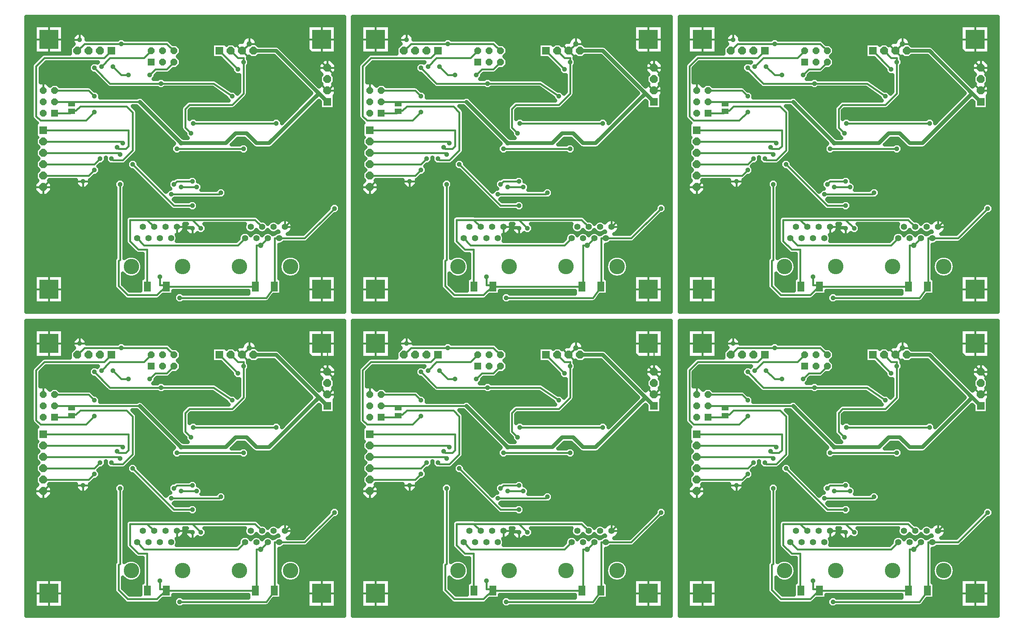
<source format=gbr>
%FSLAX23Y23*%
%MOIN*%
G04 EasyPC Gerber Version 14.0.2 Build 2922 *
%AMT170*0 Octagon Pad at angle 0*4,1,8,-0.00828,-0.02000,0.00828,-0.02000,0.02000,-0.00828,0.02000,0.00828,0.00828,0.02000,-0.00828,0.02000,-0.02000,0.00828,-0.02000,-0.00828,-0.00828,-0.02000,0*%
%ADD170T170*%
%AMT100*0 Octagon Pad at angle 0*4,1,8,-0.01243,-0.03000,0.01243,-0.03000,0.03000,-0.01243,0.03000,0.01243,0.01243,0.03000,-0.01243,0.03000,-0.03000,0.01243,-0.03000,-0.01243,-0.01243,-0.03000,0*%
%ADD100T100*%
%AMT102*0 Octagon Pad at angle 0*4,1,8,-0.01450,-0.03500,0.01450,-0.03500,0.03500,-0.01450,0.03500,0.01450,0.01450,0.03500,-0.01450,0.03500,-0.03500,0.01450,-0.03500,-0.01450,-0.01450,-0.03500,0*%
%ADD102T102*%
%ADD98R,0.06378X0.08583*%
%ADD99R,0.06000X0.06000*%
%ADD101R,0.07000X0.07000*%
%ADD171R,0.16598X0.16598*%
%ADD96C,0.01000*%
%ADD125C,0.01500*%
%ADD103C,0.01600*%
%ADD150C,0.03200*%
%ADD164R,0.05906X0.05118*%
%ADD104C,0.04800*%
%ADD97C,0.05543*%
%ADD156C,0.13595*%
X0Y0D02*
D02*
D96*
X589Y2475D02*
X319D01*
Y2475*
X589Y5150D02*
X319D01*
Y5152*
X2769Y2225D02*
Y2475D01*
X2719*
X3464Y2475D02*
X3193D01*
Y2475*
X3464Y5150D02*
X3193D01*
Y5152*
X5643Y2225D02*
Y2475D01*
X5593*
X6339Y2475D02*
X6067D01*
Y2475*
X6339Y5150D02*
X6067D01*
Y5152*
D02*
D97*
X1094Y725D03*
Y3402D03*
X1144Y825D03*
Y3502D03*
X1194Y725D03*
Y3402D03*
X1244Y825D03*
Y3502D03*
X1294Y725D03*
Y3402D03*
X1344Y825D03*
Y3502D03*
X1394Y725D03*
Y3402D03*
X1444Y825D03*
Y3502D03*
X2044Y725D03*
Y3402D03*
X2094Y825D03*
Y3502D03*
X2144Y725D03*
Y3402D03*
X2194Y825D03*
Y3502D03*
X2244Y725D03*
Y3402D03*
X2294Y825D03*
Y3502D03*
X2344Y725D03*
Y3402D03*
X2394Y825D03*
Y3502D03*
X3968Y725D03*
Y3402D03*
X4018Y825D03*
Y3502D03*
X4068Y725D03*
Y3402D03*
X4118Y825D03*
Y3502D03*
X4168Y725D03*
Y3402D03*
X4218Y825D03*
Y3502D03*
X4268Y725D03*
Y3402D03*
X4318Y825D03*
Y3502D03*
X4918Y725D03*
Y3402D03*
X4968Y825D03*
Y3502D03*
X5018Y725D03*
Y3402D03*
X5068Y825D03*
Y3502D03*
X5118Y725D03*
Y3402D03*
X5168Y825D03*
Y3502D03*
X5218Y725D03*
Y3402D03*
X5268Y825D03*
Y3502D03*
X6842Y725D03*
Y3402D03*
X6892Y825D03*
Y3502D03*
X6942Y725D03*
Y3402D03*
X6992Y825D03*
Y3502D03*
X7042Y725D03*
Y3402D03*
X7092Y825D03*
Y3502D03*
X7142Y725D03*
Y3402D03*
X7192Y825D03*
Y3502D03*
X7792Y725D03*
Y3402D03*
X7842Y825D03*
Y3502D03*
X7892Y725D03*
Y3402D03*
X7942Y825D03*
Y3502D03*
X7992Y725D03*
Y3402D03*
X8042Y825D03*
Y3502D03*
X8092Y725D03*
Y3402D03*
X8142Y825D03*
Y3502D03*
D02*
D98*
X1186Y300D03*
Y2977D03*
X1352Y300D03*
Y2977D03*
X2135Y299D03*
Y2976D03*
X2301Y299D03*
Y2976D03*
X4060Y300D03*
Y2977D03*
X4226Y300D03*
Y2977D03*
X5009Y299D03*
Y2976D03*
X5175Y299D03*
Y2976D03*
X6934Y300D03*
Y2977D03*
X7100Y300D03*
Y2977D03*
X7883Y299D03*
Y2976D03*
X8049Y299D03*
Y2976D03*
D02*
D99*
X369Y1825D03*
Y4502D03*
X1219Y2275D03*
Y4952D03*
X3243Y1825D03*
Y4502D03*
X4093Y2275D03*
Y4952D03*
X6117Y1825D03*
Y4502D03*
X6967Y2275D03*
Y4952D03*
D02*
D100*
X269Y1825D03*
Y1925D03*
Y2025D03*
Y4502D03*
Y4602D03*
Y4702D03*
X369Y1925D03*
Y2025D03*
Y4602D03*
Y4702D03*
X1219Y2375D03*
Y5052D03*
X1319Y2275D03*
Y2375D03*
Y4952D03*
Y5052D03*
X1419Y2275D03*
Y2375D03*
Y4952D03*
Y5052D03*
X3143Y1825D03*
Y1925D03*
Y2025D03*
Y4502D03*
Y4602D03*
Y4702D03*
X3243Y1925D03*
Y2025D03*
Y4602D03*
Y4702D03*
X4093Y2375D03*
Y5052D03*
X4193Y2275D03*
Y2375D03*
Y4952D03*
Y5052D03*
X4293Y2275D03*
Y2375D03*
Y4952D03*
Y5052D03*
X6017Y1825D03*
Y1925D03*
Y2025D03*
Y4502D03*
Y4602D03*
Y4702D03*
X6117Y1925D03*
Y2025D03*
Y4602D03*
Y4702D03*
X6967Y2375D03*
Y5052D03*
X7067Y2275D03*
Y2375D03*
Y4952D03*
Y5052D03*
X7167Y2275D03*
Y2375D03*
Y4952D03*
Y5052D03*
D02*
D101*
X269Y1675D03*
Y4352D03*
X869Y2375D03*
Y5052D03*
X1819Y2375D03*
Y5052D03*
X2769Y1925D03*
Y4602D03*
X3143Y1675D03*
Y4352D03*
X3743Y2375D03*
Y5052D03*
X4693Y2375D03*
Y5052D03*
X5643Y1925D03*
Y4602D03*
X6017Y1675D03*
Y4352D03*
X6617Y2375D03*
Y5052D03*
X7567Y2375D03*
Y5052D03*
X8517Y1925D03*
Y4602D03*
D02*
D102*
X269Y1175D03*
Y1275D03*
Y1375D03*
Y1475D03*
Y1575D03*
Y3852D03*
Y3952D03*
Y4052D03*
Y4152D03*
Y4252D03*
X569Y2375D03*
Y5052D03*
X669Y2375D03*
Y5052D03*
X769Y2375D03*
Y5052D03*
X1919Y2375D03*
Y5052D03*
X2019Y2375D03*
Y5052D03*
X2119Y2375D03*
Y5052D03*
X2769Y2025D03*
Y2125D03*
Y2225D03*
Y4702D03*
Y4802D03*
Y4902D03*
X3143Y1175D03*
Y1275D03*
Y1375D03*
Y1475D03*
Y1575D03*
Y3852D03*
Y3952D03*
Y4052D03*
Y4152D03*
Y4252D03*
X3443Y2375D03*
Y5052D03*
X3543Y2375D03*
Y5052D03*
X3643Y2375D03*
Y5052D03*
X4793Y2375D03*
Y5052D03*
X4893Y2375D03*
Y5052D03*
X4993Y2375D03*
Y5052D03*
X5643Y2025D03*
Y2125D03*
Y2225D03*
Y4702D03*
Y4802D03*
Y4902D03*
X6017Y1175D03*
Y1275D03*
Y1375D03*
Y1475D03*
Y1575D03*
Y3852D03*
Y3952D03*
Y4052D03*
Y4152D03*
Y4252D03*
X6317Y2375D03*
Y5052D03*
X6417Y2375D03*
Y5052D03*
X6517Y2375D03*
Y5052D03*
X7667Y2375D03*
Y5052D03*
X7767Y2375D03*
Y5052D03*
X7867Y2375D03*
Y5052D03*
X8517Y2025D03*
Y2125D03*
Y2225D03*
Y4702D03*
Y4802D03*
Y4902D03*
D02*
D103*
X506Y1925D02*
X1119D01*
X506D02*
X369D01*
X506D02*
X519Y1912D01*
Y1908*
X506Y4602D02*
X1119D01*
X506D02*
X369D01*
X506D02*
X519Y4589D01*
Y4585*
Y1841D02*
Y1837D01*
X506Y1825*
X369*
X519Y4518D02*
Y4514D01*
X506Y4502*
X369*
X619Y1225D02*
X319D01*
X269Y1175*
X619Y3902D02*
X319D01*
X269Y3852*
X719Y1325D02*
X669Y1275D01*
X269*
X719Y1837D02*
X644Y1762D01*
X244*
X206Y1800*
Y2239*
X279Y2312*
X806*
X869Y2375*
X719Y1975D02*
X669Y2025D01*
X369*
X719Y2225D02*
X856Y2087D01*
X1306*
X719Y4002D02*
X669Y3952D01*
X269*
X719Y4514D02*
X644Y4439D01*
X244*
X206Y4477*
Y4916*
X279Y4989*
X806*
X869Y5052*
X719Y4652D02*
X669Y4702D01*
X369*
X719Y4902D02*
X856Y4764D01*
X1306*
X769Y1425D02*
X719Y1375D01*
X269*
X769Y4102D02*
X719Y4052D01*
X269*
X781Y2237D02*
X856Y2312D01*
X1156*
X1219Y2375*
X781Y4914D02*
X856Y4989D01*
X1156*
X1219Y5052*
X869Y1425D02*
X881Y1412D01*
X969*
X1056Y1500*
Y1834*
X1003Y1887*
X594*
X556Y1850*
X519*
Y1841*
X869Y4102D02*
X881Y4089D01*
X969*
X1056Y4177*
Y4511*
X1003Y4564*
X594*
X556Y4527*
X519*
Y4518*
X919Y1525D02*
X931Y1512D01*
X994*
X1019Y1537*
Y1675*
X269*
X919Y4202D02*
X931Y4189D01*
X994*
X1019Y4214*
Y4352*
X269*
X944Y1200D02*
Y537D01*
X931Y525*
Y305*
X1011Y225*
X1269*
X1344Y300*
X1352Y300*
X944Y1462D02*
X931Y1475D01*
X269*
X944Y3877D02*
Y3214D01*
X931Y3202*
Y2982*
X1011Y2902*
X1269*
X1344Y2977*
X1352Y2977*
X944Y4139D02*
X931Y4152D01*
X269*
X956Y2437D02*
X631D01*
X569Y2375*
X956Y2437D02*
X1356D01*
X1419Y2375*
X956Y5114D02*
X631D01*
X569Y5052*
X956Y5114D02*
X1356D01*
X1419Y5052*
X969Y1562D02*
X956Y1575D01*
X269*
X969Y4239D02*
X956Y4252D01*
X269*
X1019Y2162D02*
X956D01*
X881Y2237*
X1019Y4839D02*
X956D01*
X881Y4914*
X1094Y725D02*
X1156Y662D01*
X1981*
X2044Y725*
X1094Y3402D02*
X1156Y3339D01*
X1981*
X2044Y3402*
X1181Y887D02*
X1244Y825D01*
X1181Y887D02*
X1031D01*
Y700*
X1106Y625*
X1181*
Y312*
X1186Y300*
X1181Y3564D02*
X1244Y3502D01*
X1181Y3564D02*
X1031D01*
Y3377*
X1106Y3302*
X1181*
Y2989*
X1186Y2977*
X1206Y2162D02*
X1256Y2212D01*
X1356*
X1419Y2275*
X1206Y4839D02*
X1256Y4889D01*
X1356*
X1419Y4952*
X1294Y387D02*
Y312D01*
X1344*
X1352Y300*
X1294Y3064D02*
Y2989D01*
X1344*
X1352Y2977*
X1306Y2087D02*
X1769D01*
X1931Y1975*
X1306Y4764D02*
X1769D01*
X1931Y4652*
X1394Y1112D02*
X1819D01*
X1831Y1125*
X1394Y3789D02*
X1819D01*
X1831Y3802*
X1444Y1512D02*
X2031D01*
X1444Y4189D02*
X2031D01*
X1469Y200D02*
X2231D01*
X2294Y287*
X2301Y299*
X1469Y2877D02*
X2231D01*
X2294Y2964*
X2301Y2976*
X1481Y1175D02*
X1619D01*
X1481Y3852D02*
X1619D01*
X1581Y812D02*
X1569Y825D01*
X1444*
X1581Y887D02*
X2131D01*
X2194Y825*
X1581Y887D02*
X1181D01*
X1581D02*
X1656Y812D01*
X1581Y1012D02*
X1419D01*
X1056Y1375*
X1581Y1225D02*
X1444D01*
X1419Y1200*
X1581Y3489D02*
X1569Y3502D01*
X1444*
X1581Y3564D02*
X2131D01*
X2194Y3502*
X1581Y3564D02*
X1181D01*
X1581D02*
X1656Y3489D01*
X1581Y3689D02*
X1419D01*
X1056Y4052*
X1581Y3902D02*
X1444D01*
X1419Y3877*
X1588Y1737D02*
X2319D01*
X1588Y4414D02*
X2319D01*
X1981Y2212D02*
X1819Y2375D01*
X1981Y4889D02*
X1819Y5052D01*
X2031Y2275D02*
Y2312D01*
X1981*
X1919Y2375*
X2031Y2275D02*
Y2000D01*
X1931Y1900*
X1554*
X1519Y1864*
Y1700*
X1569Y1650*
X2031Y4952D02*
Y4989D01*
X1981*
X1919Y5052*
X2031Y4952D02*
Y4677D01*
X1931Y4577*
X1554*
X1519Y4541*
Y4377*
X1569Y4327*
X2081Y2437D02*
X2556D01*
X2769Y2225*
X2081Y2437D02*
X2019Y2375D01*
X2081Y5114D02*
X2556D01*
X2769Y4902*
X2081Y5114D02*
X2019Y5052D01*
X2135Y299D02*
X2131Y300D01*
X1356*
X1352Y300*
X2135Y2976D02*
X2131Y2977D01*
X1356*
X1352Y2977*
X2181Y662D02*
X2244Y725D01*
X2181Y662D02*
X2144D01*
Y300*
X2135Y299*
X2181Y3339D02*
X2244Y3402D01*
X2181Y3339D02*
X2144D01*
Y2977*
X2135Y2976*
X2301Y299D02*
X2306Y300D01*
Y725*
X2344*
X2301Y2976D02*
X2306Y2977D01*
Y3402*
X2344*
X2831Y987D02*
X2569Y725D01*
X2344*
X2831Y2025D02*
Y2162D01*
X2769Y2225*
X2831Y2025D02*
X2769D01*
X2831D02*
Y1262D01*
X2394Y825*
X2831Y3664D02*
X2569Y3402D01*
X2344*
X2831Y4702D02*
Y4839D01*
X2769Y4902*
X2831Y4702D02*
X2769D01*
X2831D02*
Y3939D01*
X2394Y3502*
X3380Y1925D02*
X3993D01*
X3380D02*
X3243D01*
X3380D02*
X3393Y1912D01*
Y1908*
X3380Y4602D02*
X3993D01*
X3380D02*
X3243D01*
X3380D02*
X3393Y4589D01*
Y4585*
Y1841D02*
Y1837D01*
X3380Y1825*
X3243*
X3393Y4518D02*
Y4514D01*
X3380Y4502*
X3243*
X3493Y1225D02*
X3193D01*
X3143Y1175*
X3493Y3902D02*
X3193D01*
X3143Y3852*
X3593Y1325D02*
X3543Y1275D01*
X3143*
X3593Y1837D02*
X3518Y1762D01*
X3118*
X3080Y1800*
Y2239*
X3153Y2312*
X3680*
X3743Y2375*
X3593Y1975D02*
X3543Y2025D01*
X3243*
X3593Y2225D02*
X3730Y2087D01*
X4180*
X3593Y4002D02*
X3543Y3952D01*
X3143*
X3593Y4514D02*
X3518Y4439D01*
X3118*
X3080Y4477*
Y4916*
X3153Y4989*
X3680*
X3743Y5052*
X3593Y4652D02*
X3543Y4702D01*
X3243*
X3593Y4902D02*
X3730Y4764D01*
X4180*
X3643Y1425D02*
X3593Y1375D01*
X3143*
X3643Y4102D02*
X3593Y4052D01*
X3143*
X3655Y2237D02*
X3730Y2312D01*
X4030*
X4093Y2375*
X3655Y4914D02*
X3730Y4989D01*
X4030*
X4093Y5052*
X3743Y1425D02*
X3755Y1412D01*
X3843*
X3930Y1500*
Y1834*
X3877Y1887*
X3468*
X3430Y1850*
X3393*
Y1841*
X3743Y4102D02*
X3755Y4089D01*
X3843*
X3930Y4177*
Y4511*
X3877Y4564*
X3468*
X3430Y4527*
X3393*
Y4518*
X3793Y1525D02*
X3805Y1512D01*
X3868*
X3893Y1537*
Y1675*
X3143*
X3793Y4202D02*
X3805Y4189D01*
X3868*
X3893Y4214*
Y4352*
X3143*
X3818Y1200D02*
Y537D01*
X3805Y525*
Y305*
X3885Y225*
X4143*
X4218Y300*
X4226Y300*
X3818Y1462D02*
X3805Y1475D01*
X3143*
X3818Y3877D02*
Y3214D01*
X3805Y3202*
Y2982*
X3885Y2902*
X4143*
X4218Y2977*
X4226Y2977*
X3818Y4139D02*
X3805Y4152D01*
X3143*
X3830Y2437D02*
X3505D01*
X3443Y2375*
X3830Y2437D02*
X4230D01*
X4293Y2375*
X3830Y5114D02*
X3505D01*
X3443Y5052*
X3830Y5114D02*
X4230D01*
X4293Y5052*
X3843Y1562D02*
X3830Y1575D01*
X3143*
X3843Y4239D02*
X3830Y4252D01*
X3143*
X3893Y2162D02*
X3830D01*
X3755Y2237*
X3893Y4839D02*
X3830D01*
X3755Y4914*
X3968Y725D02*
X4030Y662D01*
X4855*
X4918Y725*
X3968Y3402D02*
X4030Y3339D01*
X4855*
X4918Y3402*
X4055Y887D02*
X4118Y825D01*
X4055Y887D02*
X3905D01*
Y700*
X3980Y625*
X4055*
Y312*
X4060Y300*
X4055Y3564D02*
X4118Y3502D01*
X4055Y3564D02*
X3905D01*
Y3377*
X3980Y3302*
X4055*
Y2989*
X4060Y2977*
X4080Y2162D02*
X4130Y2212D01*
X4230*
X4293Y2275*
X4080Y4839D02*
X4130Y4889D01*
X4230*
X4293Y4952*
X4168Y387D02*
Y312D01*
X4218*
X4226Y300*
X4168Y3064D02*
Y2989D01*
X4218*
X4226Y2977*
X4180Y2087D02*
X4643D01*
X4805Y1975*
X4180Y4764D02*
X4643D01*
X4805Y4652*
X4268Y1112D02*
X4693D01*
X4705Y1125*
X4268Y3789D02*
X4693D01*
X4705Y3802*
X4318Y1512D02*
X4905D01*
X4318Y4189D02*
X4905D01*
X4343Y200D02*
X5105D01*
X5168Y287*
X5175Y299*
X4343Y2877D02*
X5105D01*
X5168Y2964*
X5175Y2976*
X4355Y1175D02*
X4493D01*
X4355Y3852D02*
X4493D01*
X4455Y812D02*
X4443Y825D01*
X4318*
X4455Y887D02*
X5005D01*
X5068Y825*
X4455Y887D02*
X4055D01*
X4455D02*
X4530Y812D01*
X4455Y1012D02*
X4293D01*
X3930Y1375*
X4455Y1225D02*
X4318D01*
X4293Y1200*
X4455Y3489D02*
X4443Y3502D01*
X4318*
X4455Y3564D02*
X5005D01*
X5068Y3502*
X4455Y3564D02*
X4055D01*
X4455D02*
X4530Y3489D01*
X4455Y3689D02*
X4293D01*
X3930Y4052*
X4455Y3902D02*
X4318D01*
X4293Y3877*
X4462Y1737D02*
X5193D01*
X4462Y4414D02*
X5193D01*
X4855Y2212D02*
X4693Y2375D01*
X4855Y4889D02*
X4693Y5052D01*
X4905Y2275D02*
Y2312D01*
X4855*
X4793Y2375*
X4905Y2275D02*
Y2000D01*
X4805Y1900*
X4428*
X4393Y1864*
Y1700*
X4443Y1650*
X4905Y4952D02*
Y4989D01*
X4855*
X4793Y5052*
X4905Y4952D02*
Y4677D01*
X4805Y4577*
X4428*
X4393Y4541*
Y4377*
X4443Y4327*
X4955Y2437D02*
X5430D01*
X5643Y2225*
X4955Y2437D02*
X4893Y2375D01*
X4955Y5114D02*
X5430D01*
X5643Y4902*
X4955Y5114D02*
X4893Y5052D01*
X5009Y299D02*
X5005Y300D01*
X4230*
X4226Y300*
X5009Y2976D02*
X5005Y2977D01*
X4230*
X4226Y2977*
X5055Y662D02*
X5118Y725D01*
X5055Y662D02*
X5018D01*
Y300*
X5009Y299*
X5055Y3339D02*
X5118Y3402D01*
X5055Y3339D02*
X5018D01*
Y2977*
X5009Y2976*
X5175Y299D02*
X5180Y300D01*
Y725*
X5218*
X5175Y2976D02*
X5180Y2977D01*
Y3402*
X5218*
X5705Y987D02*
X5443Y725D01*
X5218*
X5705Y2025D02*
Y2162D01*
X5643Y2225*
X5705Y2025D02*
X5643D01*
X5705D02*
Y1262D01*
X5268Y825*
X5705Y3664D02*
X5443Y3402D01*
X5218*
X5705Y4702D02*
Y4839D01*
X5643Y4902*
X5705Y4702D02*
X5643D01*
X5705D02*
Y3939D01*
X5268Y3502*
X6254Y1925D02*
X6867D01*
X6254D02*
X6117D01*
X6254D02*
X6267Y1912D01*
Y1908*
X6254Y4602D02*
X6867D01*
X6254D02*
X6117D01*
X6254D02*
X6267Y4589D01*
Y4585*
Y1841D02*
Y1837D01*
X6254Y1825*
X6117*
X6267Y4518D02*
Y4514D01*
X6254Y4502*
X6117*
X6367Y1225D02*
X6067D01*
X6017Y1175*
X6367Y3902D02*
X6067D01*
X6017Y3852*
X6467Y1325D02*
X6417Y1275D01*
X6017*
X6467Y1837D02*
X6392Y1762D01*
X5992*
X5954Y1800*
Y2239*
X6027Y2312*
X6554*
X6617Y2375*
X6467Y1975D02*
X6417Y2025D01*
X6117*
X6467Y2225D02*
X6604Y2087D01*
X7054*
X6467Y4002D02*
X6417Y3952D01*
X6017*
X6467Y4514D02*
X6392Y4439D01*
X5992*
X5954Y4477*
Y4916*
X6027Y4989*
X6554*
X6617Y5052*
X6467Y4652D02*
X6417Y4702D01*
X6117*
X6467Y4902D02*
X6604Y4764D01*
X7054*
X6517Y1425D02*
X6467Y1375D01*
X6017*
X6517Y4102D02*
X6467Y4052D01*
X6017*
X6529Y2237D02*
X6604Y2312D01*
X6904*
X6967Y2375*
X6529Y4914D02*
X6604Y4989D01*
X6904*
X6967Y5052*
X6617Y1425D02*
X6629Y1412D01*
X6717*
X6804Y1500*
Y1834*
X6751Y1887*
X6342*
X6304Y1850*
X6267*
Y1841*
X6617Y4102D02*
X6629Y4089D01*
X6717*
X6804Y4177*
Y4511*
X6751Y4564*
X6342*
X6304Y4527*
X6267*
Y4518*
X6667Y1525D02*
X6679Y1512D01*
X6742*
X6767Y1537*
Y1675*
X6017*
X6667Y4202D02*
X6679Y4189D01*
X6742*
X6767Y4214*
Y4352*
X6017*
X6692Y1200D02*
Y537D01*
X6679Y525*
Y305*
X6759Y225*
X7017*
X7092Y300*
X7100Y300*
X6692Y1462D02*
X6679Y1475D01*
X6017*
X6692Y3877D02*
Y3214D01*
X6679Y3202*
Y2982*
X6759Y2902*
X7017*
X7092Y2977*
X7100Y2977*
X6692Y4139D02*
X6679Y4152D01*
X6017*
X6704Y2437D02*
X6379D01*
X6317Y2375*
X6704Y2437D02*
X7104D01*
X7167Y2375*
X6704Y5114D02*
X6379D01*
X6317Y5052*
X6704Y5114D02*
X7104D01*
X7167Y5052*
X6717Y1562D02*
X6704Y1575D01*
X6017*
X6717Y4239D02*
X6704Y4252D01*
X6017*
X6767Y2162D02*
X6704D01*
X6629Y2237*
X6767Y4839D02*
X6704D01*
X6629Y4914*
X6842Y725D02*
X6904Y662D01*
X7729*
X7792Y725*
X6842Y3402D02*
X6904Y3339D01*
X7729*
X7792Y3402*
X6929Y887D02*
X6992Y825D01*
X6929Y887D02*
X6779D01*
Y700*
X6854Y625*
X6929*
Y312*
X6934Y300*
X6929Y3564D02*
X6992Y3502D01*
X6929Y3564D02*
X6779D01*
Y3377*
X6854Y3302*
X6929*
Y2989*
X6934Y2977*
X6954Y2162D02*
X7004Y2212D01*
X7104*
X7167Y2275*
X6954Y4839D02*
X7004Y4889D01*
X7104*
X7167Y4952*
X7042Y387D02*
Y312D01*
X7092*
X7100Y300*
X7042Y3064D02*
Y2989D01*
X7092*
X7100Y2977*
X7054Y2087D02*
X7517D01*
X7679Y1975*
X7054Y4764D02*
X7517D01*
X7679Y4652*
X7142Y1112D02*
X7567D01*
X7579Y1125*
X7142Y3789D02*
X7567D01*
X7579Y3802*
X7192Y1512D02*
X7779D01*
X7192Y4189D02*
X7779D01*
X7217Y200D02*
X7979D01*
X8042Y287*
X8049Y299*
X7217Y2877D02*
X7979D01*
X8042Y2964*
X8049Y2976*
X7229Y1175D02*
X7367D01*
X7229Y3852D02*
X7367D01*
X7329Y812D02*
X7317Y825D01*
X7192*
X7329Y887D02*
X7879D01*
X7942Y825*
X7329Y887D02*
X6929D01*
X7329D02*
X7404Y812D01*
X7329Y1012D02*
X7167D01*
X6804Y1375*
X7329Y1225D02*
X7192D01*
X7167Y1200*
X7329Y3489D02*
X7317Y3502D01*
X7192*
X7329Y3564D02*
X7879D01*
X7942Y3502*
X7329Y3564D02*
X6929D01*
X7329D02*
X7404Y3489D01*
X7329Y3689D02*
X7167D01*
X6804Y4052*
X7329Y3902D02*
X7192D01*
X7167Y3877*
X7336Y1737D02*
X8067D01*
X7336Y4414D02*
X8067D01*
X7729Y2212D02*
X7567Y2375D01*
X7729Y4889D02*
X7567Y5052D01*
X7779Y2275D02*
Y2312D01*
X7729*
X7667Y2375*
X7779Y2275D02*
Y2000D01*
X7679Y1900*
X7302*
X7267Y1864*
Y1700*
X7317Y1650*
X7779Y4952D02*
Y4989D01*
X7729*
X7667Y5052*
X7779Y4952D02*
Y4677D01*
X7679Y4577*
X7302*
X7267Y4541*
Y4377*
X7317Y4327*
X7829Y2437D02*
X8304D01*
X8517Y2225*
X7829Y2437D02*
X7767Y2375D01*
X7829Y5114D02*
X8304D01*
X8517Y4902*
X7829Y5114D02*
X7767Y5052D01*
X7883Y299D02*
X7879Y300D01*
X7104*
X7100Y300*
X7883Y2976D02*
X7879Y2977D01*
X7104*
X7100Y2977*
X7929Y662D02*
X7992Y725D01*
X7929Y662D02*
X7892D01*
Y300*
X7883Y299*
X7929Y3339D02*
X7992Y3402D01*
X7929Y3339D02*
X7892D01*
Y2977*
X7883Y2976*
X8049Y299D02*
X8054Y300D01*
Y725*
X8092*
X8049Y2976D02*
X8054Y2977D01*
Y3402*
X8092*
X8579Y987D02*
X8317Y725D01*
X8092*
X8579Y2025D02*
Y2162D01*
X8517Y2225*
X8579Y2025D02*
X8517D01*
X8579D02*
Y1262D01*
X8142Y825*
X8579Y3664D02*
X8317Y3402D01*
X8092*
X8579Y4702D02*
Y4839D01*
X8517Y4902*
X8579Y4702D02*
X8517D01*
X8579D02*
Y3939D01*
X8142Y3502*
D02*
D104*
X2081Y2437D03*
Y5114D03*
X2181Y662D03*
Y3339D03*
X4955Y2437D03*
Y5114D03*
X5055Y662D03*
Y3339D03*
X7829Y2437D03*
Y5114D03*
X7929Y662D03*
Y3339D03*
D02*
D125*
X241Y1175D02*
X193D01*
X241Y3852D02*
X193D01*
X243Y275D02*
X195D01*
X243Y2475D02*
X195D01*
X243Y2952D02*
X195D01*
X243Y5152D02*
X195D01*
X269Y1147D02*
Y1099D01*
Y2047D02*
Y2096D01*
Y3824D02*
Y3776D01*
Y4724D02*
Y4773D01*
X296Y1175D02*
X345D01*
X296Y3852D02*
X345D01*
X319Y199D02*
Y151D01*
Y350D02*
Y399D01*
Y2399D02*
Y2351D01*
Y2550D02*
Y2599D01*
Y2876D02*
Y2828D01*
Y3027D02*
Y3076D01*
Y5076D02*
Y5028D01*
Y5227D02*
Y5276D01*
X394Y275D02*
X443D01*
X394Y2475D02*
X443D01*
X394Y2952D02*
X443D01*
X394Y5152D02*
X443D01*
X577Y2475D02*
X528D01*
X577Y5150D02*
X528D01*
X589Y2488D02*
Y2536D01*
Y5163D02*
Y5211D01*
X602Y2475D02*
X650D01*
X606Y1225D02*
X558D01*
X606Y3902D02*
X558D01*
X619Y1212D02*
Y1164D01*
Y3889D02*
Y3841D01*
X631Y1225D02*
X680D01*
X631Y3902D02*
X680D01*
X1444Y804D02*
Y756D01*
Y3482D02*
Y3433D01*
X1464Y825D02*
X1512D01*
X1464Y3502D02*
X1512D01*
X1569Y812D02*
X1520D01*
X1569Y3489D02*
X1520D01*
X1581Y800D02*
Y751D01*
Y3477D02*
Y3428D01*
X1999Y2394D02*
X1965Y2428D01*
X1999Y5071D02*
X1965Y5106D01*
X2038Y2355D02*
X2072Y2321D01*
X2038Y5032D02*
X2072Y4998D01*
X2081Y2454D02*
Y2502D01*
Y5131D02*
Y5179D01*
X2098Y2437D02*
X2146D01*
X2098Y5114D02*
X2146D01*
X2394Y845D02*
Y893D01*
Y3522D02*
Y3570D01*
X2414Y825D02*
X2462D01*
X2414Y3502D02*
X2462D01*
X2643Y275D02*
X2595D01*
X2643Y2475D02*
X2595D01*
X2643Y2952D02*
X2595D01*
X2643Y5152D02*
X2595D01*
X2719Y199D02*
Y151D01*
Y350D02*
Y399D01*
Y2399D02*
Y2351D01*
Y2550D02*
Y2599D01*
Y2876D02*
Y2828D01*
Y3027D02*
Y3076D01*
Y5076D02*
Y5028D01*
Y5227D02*
Y5276D01*
X2741Y2225D02*
X2693D01*
X2741Y4902D02*
X2693D01*
X2749Y2044D02*
X2715Y2078D01*
X2749Y4721D02*
X2715Y4756D01*
X2769Y2252D02*
Y2301D01*
Y4929D02*
Y4978D01*
X2788Y2044D02*
X2822Y2078D01*
X2788Y4721D02*
X2822Y4756D01*
X2794Y275D02*
X2843D01*
X2794Y2475D02*
X2843D01*
X2794Y2952D02*
X2843D01*
X2794Y5152D02*
X2843D01*
X2796Y2225D02*
X2845D01*
X2796Y4902D02*
X2845D01*
X3115Y1175D02*
X3067D01*
X3115Y3852D02*
X3067D01*
X3117Y275D02*
X3069D01*
X3117Y2475D02*
X3069D01*
X3117Y2952D02*
X3069D01*
X3117Y5152D02*
X3069D01*
X3143Y1147D02*
Y1099D01*
Y2047D02*
Y2096D01*
Y3824D02*
Y3776D01*
Y4724D02*
Y4773D01*
X3170Y1175D02*
X3219D01*
X3170Y3852D02*
X3219D01*
X3193Y199D02*
Y151D01*
Y350D02*
Y399D01*
Y2399D02*
Y2351D01*
Y2550D02*
Y2599D01*
Y2876D02*
Y2828D01*
Y3027D02*
Y3076D01*
Y5076D02*
Y5028D01*
Y5227D02*
Y5276D01*
X3268Y275D02*
X3317D01*
X3268Y2475D02*
X3317D01*
X3268Y2952D02*
X3317D01*
X3268Y5152D02*
X3317D01*
X3452Y2475D02*
X3403D01*
X3452Y5150D02*
X3403D01*
X3464Y2488D02*
Y2536D01*
Y5163D02*
Y5211D01*
X3477Y2475D02*
X3525D01*
X3480Y1225D02*
X3432D01*
X3480Y3902D02*
X3432D01*
X3493Y1212D02*
Y1164D01*
Y3889D02*
Y3841D01*
X3505Y1225D02*
X3554D01*
X3505Y3902D02*
X3554D01*
X4318Y804D02*
Y756D01*
Y3482D02*
Y3433D01*
X4338Y825D02*
X4386D01*
X4338Y3502D02*
X4386D01*
X4443Y812D02*
X4394D01*
X4443Y3489D02*
X4394D01*
X4455Y800D02*
Y751D01*
Y3477D02*
Y3428D01*
X4873Y2394D02*
X4839Y2428D01*
X4873Y5071D02*
X4839Y5106D01*
X4912Y2355D02*
X4946Y2321D01*
X4912Y5032D02*
X4946Y4998D01*
X4955Y2454D02*
Y2502D01*
Y5131D02*
Y5179D01*
X4972Y2437D02*
X5020D01*
X4972Y5114D02*
X5020D01*
X5268Y845D02*
Y893D01*
Y3522D02*
Y3570D01*
X5288Y825D02*
X5336D01*
X5288Y3502D02*
X5336D01*
X5517Y275D02*
X5469D01*
X5517Y2475D02*
X5469D01*
X5517Y2952D02*
X5469D01*
X5517Y5152D02*
X5469D01*
X5593Y199D02*
Y151D01*
Y350D02*
Y399D01*
Y2399D02*
Y2351D01*
Y2550D02*
Y2599D01*
Y2876D02*
Y2828D01*
Y3027D02*
Y3076D01*
Y5076D02*
Y5028D01*
Y5227D02*
Y5276D01*
X5615Y2225D02*
X5567D01*
X5615Y4902D02*
X5567D01*
X5623Y2044D02*
X5589Y2078D01*
X5623Y4721D02*
X5589Y4756D01*
X5643Y2252D02*
Y2301D01*
Y4929D02*
Y4978D01*
X5662Y2044D02*
X5696Y2078D01*
X5662Y4721D02*
X5696Y4756D01*
X5668Y275D02*
X5717D01*
X5668Y2475D02*
X5717D01*
X5668Y2952D02*
X5717D01*
X5668Y5152D02*
X5717D01*
X5670Y2225D02*
X5719D01*
X5670Y4902D02*
X5719D01*
X5989Y1175D02*
X5941D01*
X5989Y3852D02*
X5941D01*
X5991Y275D02*
X5943D01*
X5991Y2475D02*
X5943D01*
X5991Y2952D02*
X5943D01*
X5991Y5152D02*
X5943D01*
X6017Y1147D02*
Y1099D01*
Y2047D02*
Y2096D01*
Y3824D02*
Y3776D01*
Y4724D02*
Y4773D01*
X6044Y1175D02*
X6093D01*
X6044Y3852D02*
X6093D01*
X6067Y199D02*
Y151D01*
Y350D02*
Y399D01*
Y2399D02*
Y2351D01*
Y2550D02*
Y2599D01*
Y2876D02*
Y2828D01*
Y3027D02*
Y3076D01*
Y5076D02*
Y5028D01*
Y5227D02*
Y5276D01*
X6142Y275D02*
X6191D01*
X6142Y2475D02*
X6191D01*
X6142Y2952D02*
X6191D01*
X6142Y5152D02*
X6191D01*
X6327Y2475D02*
X6278D01*
X6327Y5150D02*
X6278D01*
X6339Y2488D02*
Y2536D01*
Y5163D02*
Y5211D01*
X6352Y2475D02*
X6400D01*
X6354Y1225D02*
X6306D01*
X6354Y3902D02*
X6306D01*
X6367Y1212D02*
Y1164D01*
Y3889D02*
Y3841D01*
X6379Y1225D02*
X6428D01*
X6379Y3902D02*
X6428D01*
X7192Y804D02*
Y756D01*
Y3482D02*
Y3433D01*
X7212Y825D02*
X7260D01*
X7212Y3502D02*
X7260D01*
X7317Y812D02*
X7268D01*
X7317Y3489D02*
X7268D01*
X7329Y800D02*
Y751D01*
Y3477D02*
Y3428D01*
X7747Y2394D02*
X7713Y2428D01*
X7747Y5071D02*
X7713Y5106D01*
X7786Y2355D02*
X7820Y2321D01*
X7786Y5032D02*
X7820Y4998D01*
X7829Y2454D02*
Y2502D01*
Y5131D02*
Y5179D01*
X7846Y2437D02*
X7894D01*
X7846Y5114D02*
X7894D01*
X8142Y845D02*
Y893D01*
Y3522D02*
Y3570D01*
X8162Y825D02*
X8210D01*
X8162Y3502D02*
X8210D01*
X8391Y275D02*
X8343D01*
X8391Y2475D02*
X8343D01*
X8391Y2952D02*
X8343D01*
X8391Y5152D02*
X8343D01*
X8467Y199D02*
Y151D01*
Y350D02*
Y399D01*
Y2399D02*
Y2351D01*
Y2550D02*
Y2599D01*
Y2876D02*
Y2828D01*
Y3027D02*
Y3076D01*
Y5076D02*
Y5028D01*
Y5227D02*
Y5276D01*
X8489Y2225D02*
X8441D01*
X8489Y4902D02*
X8441D01*
X8497Y2044D02*
X8463Y2078D01*
X8497Y4721D02*
X8463Y4756D01*
X8517Y2252D02*
Y2301D01*
Y4929D02*
Y4978D01*
X8536Y2044D02*
X8570Y2078D01*
X8536Y4721D02*
X8570Y4756D01*
X8542Y275D02*
X8591D01*
X8542Y2475D02*
X8591D01*
X8542Y2952D02*
X8591D01*
X8542Y5152D02*
X8591D01*
X8544Y2225D02*
X8593D01*
X8544Y4902D02*
X8593D01*
D02*
D150*
X119Y2675D02*
Y75D01*
X2919*
Y2675*
X119*
X195Y151D02*
Y399D01*
X443*
Y151*
X195*
Y2351D02*
Y2599D01*
X443*
Y2351*
X195*
X217Y1612D02*
X206D01*
Y1738*
X217*
X181Y1774*
G75*
G02X170Y1800I25J25*
G01*
Y2239*
G75*
G02X181Y2265I36*
G01*
X254Y2338*
G75*
G02X279Y2348I25J-25*
G01*
X506*
X506Y2349*
Y2401*
X542Y2437*
X528Y2450*
Y2500*
X564Y2536*
X615*
X650Y2500*
Y2473*
X924*
X936Y2485*
X976*
X988Y2473*
X1356*
G75*
G02X1382Y2463J-36*
G01*
X1412Y2433*
X1443*
X1477Y2399*
Y2351*
X1451Y2325*
X1477Y2299*
Y2251*
X1443Y2217*
X1412*
X1382Y2187*
G75*
G02X1356Y2176I-25J25*
G01*
X1271*
X1254Y2159*
Y2142*
X1235Y2123*
X1274*
X1286Y2135*
X1326*
X1338Y2123*
X1769*
G75*
G02X1789Y2117J-36*
G01*
X1925Y2023*
X1951*
X1977Y1997*
X1995Y2015*
Y2164*
X1961*
X1933Y2192*
Y2209*
X1831Y2312*
X1756*
Y2438*
X1882*
Y2427*
X1893Y2438*
X1945*
X1960Y2423*
X1987Y2451*
X2018*
G75*
G02X2146Y2437I64J-14*
G01*
G75*
G02X2146Y2436I-65J0*
G01*
X2164Y2419*
X2319*
G75*
G02X2350Y2406I0J-44*
G01*
X2696Y2059*
X2720Y2084*
X2706Y2099*
Y2151*
X2720Y2165*
X2693Y2193*
Y2256*
X2737Y2301*
X2800*
X2845Y2256*
Y2193*
X2817Y2165*
X2832Y2151*
Y2099*
X2817Y2084*
X2845Y2056*
Y1993*
X2832Y1980*
Y1862*
X2706*
Y1925*
X2695Y1936*
X2288Y1530*
G75*
G02X2256Y1517I-32J32*
G01*
X2146*
G75*
G02X2114Y1530I0J46*
G01*
X2039Y1604*
X1981*
X1954Y1577*
X1925Y1548*
X1999*
X2011Y1560*
X2051*
X2079Y1532*
Y1492*
X2051Y1464*
X2011*
X1999Y1476*
X1476*
X1464Y1464*
X1424*
X1396Y1492*
Y1532*
X1422Y1559*
X1092Y1889*
X1053*
X1082Y1860*
G75*
G02X1092Y1834I-25J-25*
G01*
Y1500*
G75*
G02X1082Y1474I-36*
G01*
X994Y1387*
G75*
G02X969Y1376I-25J25*
G01*
X881*
G75*
G02X875Y1377J36*
G01*
X849*
X821Y1405*
Y1439*
X817*
Y1405*
X789Y1377*
X772*
X753Y1358*
X767Y1344*
Y1305*
X739Y1277*
X722*
X694Y1249*
G75*
G02X680Y1240I-25J25*
G01*
Y1199*
X644Y1164*
X593*
X558Y1199*
Y1239*
X322*
X317Y1234*
X345Y1206*
Y1143*
X300Y1099*
X237*
X193Y1143*
Y1206*
X220Y1234*
X206Y1249*
Y1301*
X230Y1325*
X206Y1349*
Y1401*
X230Y1425*
X206Y1449*
Y1501*
X230Y1525*
X206Y1549*
Y1601*
X217Y1612*
X906Y1169D02*
X896Y1180D01*
Y1219*
X924Y1248*
X964*
X992Y1219*
Y1180*
X981Y1169*
Y548*
G75*
G02X1140Y475I62J-73*
G01*
G75*
G02X969Y415I-96*
G01*
Y320*
X1027Y262*
X1126*
Y371*
X1145*
Y589*
X1106*
G75*
G02X1081Y599J36*
G01*
X1006Y674*
G75*
G02X995Y700I25J25*
G01*
Y887*
G75*
G02X1031Y923I36*
G01*
X1170*
G75*
G02X1192I11J-36*
G01*
X1570*
G75*
G02X1592I11J-36*
G01*
X2131*
G75*
G02X2157Y913J-36*
G01*
X2189Y880*
G75*
G02X2244Y849I5J-56*
G01*
G75*
G02X2336Y861I50J-25*
G01*
G75*
G02X2462Y825I58J-37*
G01*
G75*
G02X2419Y761I-69*
G01*
X2554*
X2783Y990*
Y1007*
X2811Y1035*
X2851*
X2879Y1007*
Y967*
X2851Y939*
X2834*
X2594Y699*
G75*
G02X2569Y689I-25J25*
G01*
X2386*
G75*
G02X2344Y669I-43J36*
G01*
Y370*
X2361*
Y228*
X2296*
X2260Y179*
G75*
G02X2231Y164I-29J21*
G01*
X1501*
X1489Y152*
X1449*
X1421Y180*
Y219*
X1449Y248*
X1489*
X1501Y236*
X2075*
Y262*
X1412*
Y229*
X1326*
X1295Y198*
G75*
G02X1269Y187I-27J27*
G01*
X1011*
G75*
G02X985Y198I0J38*
G01*
X905Y278*
G75*
G02X894Y305I27J27*
G01*
Y525*
G75*
G02X905Y551I38J0*
G01*
X906Y553*
Y1169*
X1053Y1327D02*
X1036D01*
X1008Y1355*
Y1394*
X1036Y1423*
X1076*
X1104Y1394*
Y1378*
X1348Y1134*
X1374Y1160*
X1390*
X1371Y1180*
Y1219*
X1399Y1248*
X1416*
X1418Y1250*
G75*
G02X1444Y1261I25J-25*
G01*
X1549*
X1561Y1273*
X1601*
X1629Y1244*
Y1223*
X1639*
X1667Y1194*
Y1155*
X1660Y1148*
X1787*
X1811Y1173*
X1851*
X1879Y1144*
Y1105*
X1851Y1077*
X1825*
G75*
G02X1819Y1076I-6J36*
G01*
X1426*
X1416Y1066*
X1434Y1048*
X1549*
X1561Y1060*
X1601*
X1629Y1032*
Y992*
X1601Y964*
X1561*
X1549Y976*
X1419*
G75*
G02X1393Y987J36*
G01*
X1053Y1327*
X2348Y475D02*
G75*
G02X2540I96D01*
G01*
G75*
G02X2348I-96*
G01*
X2595Y151D02*
Y399D01*
X2843*
Y151*
X2595*
Y2351D02*
Y2599D01*
X2843*
Y2351*
X2595*
X119Y275D02*
G36*
Y75D01*
X2919*
Y275*
X2843*
Y151*
X2595*
Y275*
X2361*
Y228*
X2296*
X2260Y179*
G75*
G02X2231Y164I-29J21*
G01*
X1501*
X1489Y152*
X1449*
X1421Y180*
Y219*
X1449Y248*
X1489*
X1501Y236*
X2075*
Y262*
X1412*
Y229*
X1326*
X1295Y198*
G75*
G02X1269Y187I-27J27*
G01*
X1011*
G75*
G02X985Y198I0J38*
G01*
X908Y275*
X443*
Y151*
X195*
Y275*
X119*
G37*
X195D02*
G36*
Y399D01*
X443*
Y275*
X908*
X905Y278*
G75*
G02X894Y305I27J27*
G01*
Y475*
X119*
Y275*
X195*
G37*
X2595D02*
G36*
Y399D01*
X2843*
Y275*
X2919*
Y475*
X2540*
G75*
G02X2348I-96*
G01*
X2344*
Y370*
X2361*
Y275*
X2595*
G37*
X119Y2475D02*
G36*
Y1193D01*
X193*
Y1206*
X220Y1234*
X206Y1249*
Y1301*
X230Y1325*
X206Y1349*
Y1401*
X230Y1425*
X206Y1449*
Y1501*
X230Y1525*
X206Y1549*
Y1601*
X217Y1612*
X206*
Y1738*
X217*
X181Y1774*
G75*
G02X170Y1800I25J25*
G01*
Y2239*
G75*
G02X181Y2265I36*
G01*
X254Y2338*
G75*
G02X279Y2348I25J-25*
G01*
X506*
X506Y2349*
Y2401*
X542Y2437*
X528Y2450*
Y2475*
X443*
Y2351*
X195*
Y2475*
X119*
G37*
X195D02*
G36*
Y2599D01*
X443*
Y2475*
X528*
Y2500*
X564Y2536*
X615*
X650Y2500*
Y2473*
X924*
X936Y2485*
X976*
X988Y2473*
X1356*
G75*
G02X1382Y2463J-36*
G01*
X1412Y2433*
X1443*
X1477Y2399*
Y2351*
X1451Y2325*
X1477Y2299*
Y2251*
X1443Y2217*
X1412*
X1382Y2187*
G75*
G02X1356Y2176I-25J25*
G01*
X1271*
X1254Y2159*
Y2142*
X1235Y2123*
X1274*
X1286Y2135*
X1326*
X1338Y2123*
X1769*
G75*
G02X1789Y2117J-36*
G01*
X1925Y2023*
X1951*
X1977Y1997*
X1995Y2015*
Y2164*
X1961*
X1933Y2192*
Y2209*
X1831Y2312*
X1756*
Y2438*
X1882*
Y2427*
X1893Y2438*
X1945*
X1960Y2423*
X1987Y2451*
X2018*
G75*
G02X2134Y2475I64J-14*
G01*
X2595*
Y2599*
X2843*
Y2475*
X2919*
Y2675*
X119*
Y2475*
X195*
G37*
X2134D02*
G36*
G75*
G02X2146Y2437I-53J-38D01*
G01*
G75*
G02X2146Y2436I-65J0*
G01*
X2164Y2419*
X2319*
G75*
G02X2350Y2406I0J-44*
G01*
X2696Y2059*
X2720Y2084*
X2706Y2099*
Y2151*
X2720Y2165*
X2693Y2193*
Y2256*
X2737Y2301*
X2800*
X2845Y2256*
Y2193*
X2817Y2165*
X2832Y2151*
Y2099*
X2817Y2084*
X2845Y2056*
Y1993*
X2832Y1980*
Y1862*
X2706*
Y1925*
X2695Y1936*
X2288Y1530*
G75*
G02X2256Y1517I-32J32*
G01*
X2146*
G75*
G02X2114Y1530I0J46*
G01*
X2039Y1604*
X1981*
X1954Y1577*
X1925Y1548*
X1999*
X2011Y1560*
X2051*
X2079Y1532*
Y1492*
X2051Y1464*
X2011*
X1999Y1476*
X1476*
X1464Y1464*
X1424*
X1396Y1492*
Y1532*
X1422Y1559*
X1092Y1889*
X1053*
X1082Y1860*
G75*
G02X1092Y1834I-25J-25*
G01*
Y1500*
G75*
G02X1082Y1474I-36*
G01*
X994Y1387*
G75*
G02X969Y1376I-25J25*
G01*
X881*
G75*
G02X875Y1377J36*
G01*
X849*
X821Y1405*
Y1439*
X817*
Y1405*
X789Y1377*
X772*
X753Y1358*
X767Y1344*
Y1305*
X739Y1277*
X722*
X694Y1249*
G75*
G02X680Y1240I-25J25*
G01*
Y1199*
X674Y1193*
X896*
Y1219*
X924Y1248*
X964*
X992Y1219*
Y1193*
X1187*
X1053Y1327*
X1036*
X1008Y1355*
Y1394*
X1036Y1423*
X1076*
X1104Y1394*
Y1378*
X1348Y1134*
X1374Y1160*
X1390*
X1371Y1180*
Y1219*
X1399Y1248*
X1416*
X1418Y1250*
G75*
G02X1444Y1261I25J-25*
G01*
X1549*
X1561Y1273*
X1601*
X1629Y1244*
Y1223*
X1639*
X1667Y1194*
Y1193*
X2919*
Y2475*
X2843*
Y2351*
X2595*
Y2475*
X2134*
G37*
X119Y1193D02*
G36*
Y475D01*
X894*
Y525*
G75*
G02X905Y551I38J0*
G01*
X906Y553*
Y1169*
X896Y1180*
Y1193*
X674*
X644Y1164*
X593*
X558Y1199*
Y1239*
X322*
X317Y1234*
X345Y1206*
Y1143*
X300Y1099*
X237*
X193Y1143*
Y1193*
X119*
G37*
X992D02*
G36*
Y1180D01*
X981Y1169*
Y548*
G75*
G02X1140Y475I62J-73*
G01*
G75*
G02X969Y415I-96*
G01*
Y320*
X1027Y262*
X1126*
Y371*
X1145*
Y589*
X1106*
G75*
G02X1081Y599J36*
G01*
X1006Y674*
G75*
G02X995Y700I25J25*
G01*
Y887*
G75*
G02X1031Y923I36*
G01*
X1170*
G75*
G02X1192I11J-36*
G01*
X1570*
G75*
G02X1592I11J-36*
G01*
X2131*
G75*
G02X2157Y913J-36*
G01*
X2189Y880*
G75*
G02X2244Y849I5J-56*
G01*
G75*
G02X2336Y861I50J-25*
G01*
G75*
G02X2462Y825I58J-37*
G01*
G75*
G02X2419Y761I-69*
G01*
X2554*
X2783Y990*
Y1007*
X2811Y1035*
X2851*
X2879Y1007*
Y967*
X2851Y939*
X2834*
X2594Y699*
G75*
G02X2569Y689I-25J25*
G01*
X2386*
G75*
G02X2344Y669I-43J36*
G01*
Y475*
X2348*
G75*
G02X2540I96*
G01*
X2919*
Y1193*
X1667*
Y1155*
X1660Y1148*
X1787*
X1811Y1173*
X1851*
X1879Y1144*
Y1105*
X1851Y1077*
X1825*
G75*
G02X1819Y1076I-6J36*
G01*
X1426*
X1416Y1066*
X1434Y1048*
X1549*
X1561Y1060*
X1601*
X1629Y1032*
Y992*
X1601Y964*
X1561*
X1549Y976*
X1419*
G75*
G02X1393Y987J36*
G01*
X1187Y1193*
X992*
G37*
X119Y5352D02*
Y2752D01*
X2919*
Y5352*
X119*
X195Y2828D02*
Y3076D01*
X443*
Y2828*
X195*
Y5028D02*
Y5276D01*
X443*
Y5028*
X195*
X215Y4415D02*
X180Y4450D01*
G75*
G02X169Y4477I27J27*
G01*
Y4916*
G75*
G02X180Y4943I38*
G01*
X253Y5016*
G75*
G02X279Y5027I27J-27*
G01*
X506*
Y5078*
X540Y5113*
X528Y5125*
Y5175*
X564Y5211*
X615*
X650Y5175*
Y5150*
X924*
X936Y5162*
X976*
X988Y5150*
X1356*
G75*
G02X1382Y5140J-36*
G01*
X1412Y5110*
X1443*
X1477Y5076*
Y5028*
X1451Y5002*
X1477Y4976*
Y4928*
X1443Y4894*
X1414*
X1383Y4863*
G75*
G02X1356Y4852I-27J27*
G01*
X1272*
X1254Y4834*
Y4819*
X1237Y4802*
X1276*
X1286Y4812*
X1326*
X1338Y4800*
X1769*
G75*
G02X1789Y4794J-36*
G01*
X1925Y4700*
X1951*
X1977Y4674*
X1995Y4692*
Y4841*
X1961*
X1933Y4869*
Y4884*
X1829Y4989*
X1756*
Y5115*
X1882*
Y5104*
X1893Y5115*
X1945*
X1960Y5100*
X1987Y5128*
X2018*
G75*
G02X2146Y5114I64J-13*
G01*
G75*
G02X2146Y5113I-65J0*
G01*
X2164Y5096*
X2319*
G75*
G02X2350Y5083I0J-44*
G01*
X2696Y4737*
X2720Y4761*
X2706Y4776*
Y4828*
X2720Y4843*
X2693Y4870*
Y4933*
X2737Y4978*
X2800*
X2845Y4933*
Y4870*
X2817Y4843*
X2832Y4828*
Y4776*
X2817Y4761*
X2845Y4733*
Y4670*
X2832Y4657*
Y4539*
X2706*
Y4603*
X2695Y4613*
X2288Y4207*
G75*
G02X2256Y4194I-32J32*
G01*
X2146*
G75*
G02X2114Y4207J46*
G01*
X2061Y4259*
X2039Y4281*
X1981*
X1954Y4254*
X1925Y4225*
X1999*
X2011Y4237*
X2051*
X2079Y4209*
Y4169*
X2051Y4141*
X2011*
X1999Y4153*
X1476*
X1464Y4141*
X1424*
X1396Y4169*
Y4209*
X1421Y4235*
X1090Y4566*
X1055*
X1083Y4538*
G75*
G02X1094Y4511I-27J-27*
G01*
Y4177*
G75*
G02X1083Y4150I-38*
G01*
X995Y4063*
G75*
G02X969Y4052I-27J27*
G01*
X881*
G75*
G02X869Y4054J38*
G01*
X849*
X821Y4082*
Y4114*
X817*
Y4082*
X789Y4054*
X772*
X753Y4035*
X767Y4022*
Y3982*
X739Y3954*
X722*
X694Y3926*
G75*
G02X680Y3917I-25J25*
G01*
Y3877*
X644Y3841*
X593*
X558Y3877*
Y3916*
X322*
X317Y3911*
X345Y3883*
Y3820*
X300Y3776*
X237*
X193Y3820*
Y3883*
X220Y3911*
X206Y3926*
Y3978*
X230Y4002*
X206Y4026*
Y4078*
X230Y4102*
X206Y4126*
Y4178*
X230Y4202*
X206Y4226*
Y4278*
X217Y4289*
X206*
Y4415*
X215*
X906Y3846D02*
X896Y3857D01*
Y3897*
X924Y3925*
X964*
X992Y3897*
Y3857*
X981Y3846*
Y3225*
G75*
G02X1140Y3152I62J-73*
G01*
G75*
G02X969Y3092I-96*
G01*
Y2997*
X1027Y2939*
X1126*
Y3048*
X1145*
Y3266*
X1106*
G75*
G02X1081Y3276J36*
G01*
X1006Y3351*
G75*
G02X995Y3377I25J25*
G01*
Y3564*
G75*
G02X1031Y3600I36*
G01*
X1170*
G75*
G02X1192I11J-36*
G01*
X1570*
G75*
G02X1592I11J-36*
G01*
X2131*
G75*
G02X2157Y3590J-36*
G01*
X2189Y3557*
G75*
G02X2244Y3526I5J-56*
G01*
G75*
G02X2336Y3538I50J-25*
G01*
G75*
G02X2462Y3502I58J-37*
G01*
G75*
G02X2419Y3438I-69*
G01*
X2554*
X2783Y3667*
Y3684*
X2811Y3712*
X2851*
X2879Y3684*
Y3644*
X2851Y3616*
X2834*
X2594Y3376*
G75*
G02X2569Y3366I-25J25*
G01*
X2386*
G75*
G02X2344Y3346I-43J36*
G01*
Y3047*
X2361*
Y2905*
X2296*
X2260Y2856*
G75*
G02X2231Y2841I-29J21*
G01*
X1501*
X1489Y2829*
X1449*
X1421Y2857*
Y2897*
X1449Y2925*
X1489*
X1501Y2913*
X2075*
Y2939*
X1412*
Y2906*
X1326*
X1295Y2875*
G75*
G02X1269Y2864I-27J27*
G01*
X1011*
G75*
G02X985Y2875I0J38*
G01*
X905Y2955*
G75*
G02X894Y2982I27J27*
G01*
Y3202*
G75*
G02X905Y3228I38J0*
G01*
X906Y3230*
Y3846*
X1053Y4004D02*
X1036D01*
X1008Y4032*
Y4072*
X1036Y4100*
X1076*
X1104Y4072*
Y4055*
X1348Y3811*
X1374Y3837*
X1390*
X1371Y3857*
Y3897*
X1399Y3925*
X1416*
X1418Y3927*
G75*
G02X1444Y3938I25J-25*
G01*
X1549*
X1561Y3950*
X1601*
X1629Y3922*
Y3900*
X1639*
X1667Y3872*
Y3832*
X1660Y3825*
X1787*
X1811Y3850*
X1851*
X1879Y3822*
Y3782*
X1851Y3754*
X1825*
G75*
G02X1819Y3753I-6J36*
G01*
X1426*
X1416Y3743*
X1434Y3725*
X1549*
X1561Y3737*
X1601*
X1629Y3709*
Y3669*
X1601Y3641*
X1561*
X1549Y3653*
X1419*
G75*
G02X1393Y3664J36*
G01*
X1053Y4004*
X2348Y3152D02*
G75*
G02X2540I96D01*
G01*
G75*
G02X2348I-96*
G01*
X2595Y2828D02*
Y3076D01*
X2843*
Y2828*
X2595*
Y5028D02*
Y5276D01*
X2843*
Y5028*
X2595*
X119Y2952D02*
G36*
Y2752D01*
X2919*
Y2952*
X2843*
Y2828*
X2595*
Y2952*
X2361*
Y2905*
X2296*
X2260Y2856*
G75*
G02X2231Y2841I-29J21*
G01*
X1501*
X1489Y2829*
X1449*
X1421Y2857*
Y2897*
X1449Y2925*
X1489*
X1501Y2913*
X2075*
Y2939*
X1412*
Y2906*
X1326*
X1295Y2875*
G75*
G02X1269Y2864I-27J27*
G01*
X1011*
G75*
G02X985Y2875I0J38*
G01*
X908Y2952*
X443*
Y2828*
X195*
Y2952*
X119*
G37*
X195D02*
G36*
Y3076D01*
X443*
Y2952*
X908*
X905Y2955*
G75*
G02X894Y2982I27J27*
G01*
Y3152*
X119*
Y2952*
X195*
G37*
X2595D02*
G36*
Y3076D01*
X2843*
Y2952*
X2919*
Y3152*
X2540*
G75*
G02X2348I-96*
G01*
X2344*
Y3047*
X2361*
Y2952*
X2595*
G37*
X119Y5152D02*
G36*
Y3871D01*
X193*
Y3883*
X220Y3911*
X206Y3926*
Y3978*
X230Y4002*
X206Y4026*
Y4078*
X230Y4102*
X206Y4126*
Y4178*
X230Y4202*
X206Y4226*
Y4278*
X217Y4289*
X206*
Y4415*
X215*
X180Y4450*
G75*
G02X169Y4477I27J27*
G01*
Y4916*
G75*
G02X180Y4943I38*
G01*
X253Y5016*
G75*
G02X279Y5027I27J-27*
G01*
X506*
Y5078*
X540Y5113*
X528Y5125*
Y5152*
X443*
Y5028*
X195*
Y5152*
X119*
G37*
X195D02*
G36*
Y5276D01*
X443*
Y5152*
X528*
Y5175*
X564Y5211*
X615*
X650Y5175*
Y5150*
X924*
X936Y5162*
X976*
X988Y5150*
X1356*
G75*
G02X1382Y5140J-36*
G01*
X1412Y5110*
X1443*
X1477Y5076*
Y5028*
X1451Y5002*
X1477Y4976*
Y4928*
X1443Y4894*
X1414*
X1383Y4863*
G75*
G02X1356Y4852I-27J27*
G01*
X1272*
X1254Y4834*
Y4819*
X1237Y4802*
X1276*
X1286Y4812*
X1326*
X1338Y4800*
X1769*
G75*
G02X1789Y4794J-36*
G01*
X1925Y4700*
X1951*
X1977Y4674*
X1995Y4692*
Y4841*
X1961*
X1933Y4869*
Y4884*
X1829Y4989*
X1756*
Y5115*
X1882*
Y5104*
X1893Y5115*
X1945*
X1960Y5100*
X1987Y5128*
X2018*
G75*
G02X2134Y5152I64J-13*
G01*
X2595*
Y5276*
X2843*
Y5152*
X2919*
Y5352*
X119*
Y5152*
X195*
G37*
X2134D02*
G36*
G75*
G02X2146Y5114I-53J-37D01*
G01*
G75*
G02X2146Y5113I-65J0*
G01*
X2164Y5096*
X2319*
G75*
G02X2350Y5083I0J-44*
G01*
X2696Y4737*
X2720Y4761*
X2706Y4776*
Y4828*
X2720Y4843*
X2693Y4870*
Y4933*
X2737Y4978*
X2800*
X2845Y4933*
Y4870*
X2817Y4843*
X2832Y4828*
Y4776*
X2817Y4761*
X2845Y4733*
Y4670*
X2832Y4657*
Y4539*
X2706*
Y4603*
X2695Y4613*
X2288Y4207*
G75*
G02X2256Y4194I-32J32*
G01*
X2146*
G75*
G02X2114Y4207J46*
G01*
X2061Y4259*
X2039Y4281*
X1981*
X1954Y4254*
X1925Y4225*
X1999*
X2011Y4237*
X2051*
X2079Y4209*
Y4169*
X2051Y4141*
X2011*
X1999Y4153*
X1476*
X1464Y4141*
X1424*
X1396Y4169*
Y4209*
X1421Y4235*
X1090Y4566*
X1055*
X1083Y4538*
G75*
G02X1094Y4511I-27J-27*
G01*
Y4177*
G75*
G02X1083Y4150I-38*
G01*
X995Y4063*
G75*
G02X969Y4052I-27J27*
G01*
X881*
G75*
G02X869Y4054J38*
G01*
X849*
X821Y4082*
Y4114*
X817*
Y4082*
X789Y4054*
X772*
X753Y4035*
X767Y4022*
Y3982*
X739Y3954*
X722*
X694Y3926*
G75*
G02X680Y3917I-25J25*
G01*
Y3877*
X674Y3871*
X896*
Y3897*
X924Y3925*
X964*
X992Y3897*
Y3871*
X1187*
X1053Y4004*
X1036*
X1008Y4032*
Y4072*
X1036Y4100*
X1076*
X1104Y4072*
Y4055*
X1348Y3811*
X1374Y3837*
X1390*
X1371Y3857*
Y3897*
X1399Y3925*
X1416*
X1418Y3927*
G75*
G02X1444Y3938I25J-25*
G01*
X1549*
X1561Y3950*
X1601*
X1629Y3922*
Y3900*
X1639*
X1667Y3872*
Y3871*
X2919*
Y5152*
X2843*
Y5028*
X2595*
Y5152*
X2134*
G37*
X119Y3871D02*
G36*
Y3152D01*
X894*
Y3202*
G75*
G02X905Y3228I38J0*
G01*
X906Y3230*
Y3846*
X896Y3857*
Y3871*
X674*
X644Y3841*
X593*
X558Y3877*
Y3916*
X322*
X317Y3911*
X345Y3883*
Y3820*
X300Y3776*
X237*
X193Y3820*
Y3871*
X119*
G37*
X992D02*
G36*
Y3857D01*
X981Y3846*
Y3225*
G75*
G02X1140Y3152I62J-73*
G01*
G75*
G02X969Y3092I-96*
G01*
Y2997*
X1027Y2939*
X1126*
Y3048*
X1145*
Y3266*
X1106*
G75*
G02X1081Y3276J36*
G01*
X1006Y3351*
G75*
G02X995Y3377I25J25*
G01*
Y3564*
G75*
G02X1031Y3600I36*
G01*
X1170*
G75*
G02X1192I11J-36*
G01*
X1570*
G75*
G02X1592I11J-36*
G01*
X2131*
G75*
G02X2157Y3590J-36*
G01*
X2189Y3557*
G75*
G02X2244Y3526I5J-56*
G01*
G75*
G02X2336Y3538I50J-25*
G01*
G75*
G02X2462Y3502I58J-37*
G01*
G75*
G02X2419Y3438I-69*
G01*
X2554*
X2783Y3667*
Y3684*
X2811Y3712*
X2851*
X2879Y3684*
Y3644*
X2851Y3616*
X2834*
X2594Y3376*
G75*
G02X2569Y3366I-25J25*
G01*
X2386*
G75*
G02X2344Y3346I-43J36*
G01*
Y3152*
X2348*
G75*
G02X2540I96*
G01*
X2919*
Y3871*
X1667*
Y3832*
X1660Y3825*
X1787*
X1811Y3850*
X1851*
X1879Y3822*
Y3782*
X1851Y3754*
X1825*
G75*
G02X1819Y3753I-6J36*
G01*
X1426*
X1416Y3743*
X1434Y3725*
X1549*
X1561Y3737*
X1601*
X1629Y3709*
Y3669*
X1601Y3641*
X1561*
X1549Y3653*
X1419*
G75*
G02X1393Y3664J36*
G01*
X1187Y3871*
X992*
G37*
X242Y2096D02*
X298D01*
X328Y2066*
X345Y2083*
X393*
X415Y2061*
X669*
G75*
G02X694Y2050J-36*
G01*
X722Y2023*
X739*
X767Y1994*
Y1961*
X1093*
G75*
G02X1150Y1956I25J-36*
G01*
X1495Y1610*
X1501*
X1504Y1607*
X1543*
X1521Y1630*
Y1647*
X1493Y1674*
G75*
G02X1483Y1700I25J25*
G01*
Y1864*
G75*
G02X1493Y1890I36*
G01*
X1529Y1925*
G75*
G02X1554Y1936I25J-25*
G01*
X1902*
X1883Y1955*
Y1964*
X1757Y2051*
X1338*
X1326Y2039*
X1286*
X1274Y2051*
X856*
G75*
G02X831Y2062J36*
G01*
X716Y2177*
X699*
X671Y2205*
Y2244*
X699Y2273*
X739*
X744Y2267*
X752Y2276*
X294*
X242Y2224*
Y2096*
G36*
X298*
X328Y2066*
X345Y2083*
X393*
X415Y2061*
X669*
G75*
G02X694Y2050J-36*
G01*
X722Y2023*
X739*
X767Y1994*
Y1961*
X1093*
G75*
G02X1150Y1956I25J-36*
G01*
X1495Y1610*
X1501*
X1504Y1607*
X1543*
X1521Y1630*
Y1647*
X1493Y1674*
G75*
G02X1483Y1700I25J25*
G01*
Y1864*
G75*
G02X1493Y1890I36*
G01*
X1529Y1925*
G75*
G02X1554Y1936I25J-25*
G01*
X1902*
X1883Y1955*
Y1964*
X1757Y2051*
X1338*
X1326Y2039*
X1286*
X1274Y2051*
X856*
G75*
G02X831Y2062J36*
G01*
X716Y2177*
X699*
X671Y2205*
Y2244*
X699Y2273*
X739*
X744Y2267*
X752Y2276*
X294*
X242Y2224*
Y2096*
G37*
X244Y4773D02*
X298D01*
X328Y4743*
X345Y4760*
X393*
X415Y4738*
X669*
G75*
G02X694Y4727J-36*
G01*
X722Y4700*
X739*
X767Y4672*
Y4638*
X1091*
G75*
G02X1151Y4634I28J-36*
G01*
X1498Y4287*
X1501*
X1504Y4284*
X1543*
X1521Y4307*
Y4324*
X1493Y4351*
G75*
G02X1483Y4377I25J25*
G01*
Y4541*
G75*
G02X1493Y4567I36*
G01*
X1529Y4602*
G75*
G02X1554Y4613I25J-25*
G01*
X1902*
X1883Y4632*
Y4641*
X1757Y4728*
X1338*
X1326Y4716*
X1286*
X1276Y4727*
X856*
G75*
G02X830Y4738J38*
G01*
X714Y4854*
X699*
X671Y4882*
Y4922*
X699Y4950*
X739*
X744Y4945*
X751Y4952*
X295*
X244Y4901*
Y4773*
G36*
X298*
X328Y4743*
X345Y4760*
X393*
X415Y4738*
X669*
G75*
G02X694Y4727J-36*
G01*
X722Y4700*
X739*
X767Y4672*
Y4638*
X1091*
G75*
G02X1151Y4634I28J-36*
G01*
X1498Y4287*
X1501*
X1504Y4284*
X1543*
X1521Y4307*
Y4324*
X1493Y4351*
G75*
G02X1483Y4377I25J25*
G01*
Y4541*
G75*
G02X1493Y4567I36*
G01*
X1529Y4602*
G75*
G02X1554Y4613I25J-25*
G01*
X1902*
X1883Y4632*
Y4641*
X1757Y4728*
X1338*
X1326Y4716*
X1286*
X1276Y4727*
X856*
G75*
G02X830Y4738J38*
G01*
X714Y4854*
X699*
X671Y4882*
Y4922*
X699Y4950*
X739*
X744Y4945*
X751Y4952*
X295*
X244Y4901*
Y4773*
G37*
X1119Y1925D02*
X1481Y1562D01*
X1119Y4602D02*
X1481Y4239D01*
X1440Y756D02*
G75*
G02X1443Y698I-46J-31D01*
G01*
X1966*
X1988Y720*
G75*
G02X1988Y725I56J5*
G01*
G75*
G02X2094Y749I56*
G01*
G75*
G02X2194I50J-25*
G01*
G75*
G02X2288Y758I50J-25*
G01*
G75*
G02X2302Y762I18J-33*
G01*
G75*
G02X2341Y780I41J-37*
G01*
G75*
G02X2336Y788I52J44*
G01*
G75*
G02X2244Y800I-42J37*
G01*
G75*
G02X2144I-50J25*
G01*
G75*
G02X2038Y825I-50J25*
G01*
G75*
G02X2045Y851I56*
G01*
X1685*
X1704Y832*
Y792*
X1676Y764*
X1636*
X1628Y773*
X1606Y751*
X1556*
X1520Y787*
Y837*
X1534Y851*
X1507*
G75*
G02X1440Y756I-63J-27*
G01*
G36*
G75*
G02X1443Y698I-46J-31*
G01*
X1966*
X1988Y720*
G75*
G02X1988Y725I56J5*
G01*
G75*
G02X2094Y749I56*
G01*
G75*
G02X2194I50J-25*
G01*
G75*
G02X2288Y758I50J-25*
G01*
G75*
G02X2302Y762I18J-33*
G01*
G75*
G02X2341Y780I41J-37*
G01*
G75*
G02X2336Y788I52J44*
G01*
G75*
G02X2244Y800I-42J37*
G01*
G75*
G02X2144I-50J25*
G01*
G75*
G02X2038Y825I-50J25*
G01*
G75*
G02X2045Y851I56*
G01*
X1685*
X1704Y832*
Y792*
X1676Y764*
X1636*
X1628Y773*
X1606Y751*
X1556*
X1520Y787*
Y837*
X1534Y851*
X1507*
G75*
G02X1440Y756I-63J-27*
G01*
G37*
Y3433D02*
G75*
G02X1443Y3375I-46J-31D01*
G01*
X1966*
X1988Y3397*
G75*
G02X1988Y3402I56J5*
G01*
G75*
G02X2094Y3426I56*
G01*
G75*
G02X2194I50J-25*
G01*
G75*
G02X2288Y3435I50J-25*
G01*
G75*
G02X2302Y3439I18J-33*
G01*
G75*
G02X2341Y3457I41J-37*
G01*
G75*
G02X2336Y3465I52J44*
G01*
G75*
G02X2244Y3477I-42J37*
G01*
G75*
G02X2144I-50J25*
G01*
G75*
G02X2038Y3502I-50J25*
G01*
G75*
G02X2045Y3528I56*
G01*
X1685*
X1704Y3509*
Y3469*
X1676Y3441*
X1636*
X1628Y3450*
X1606Y3428*
X1556*
X1520Y3464*
Y3515*
X1534Y3528*
X1507*
G75*
G02X1440Y3433I-63J-27*
G01*
G36*
G75*
G02X1443Y3375I-46J-31*
G01*
X1966*
X1988Y3397*
G75*
G02X1988Y3402I56J5*
G01*
G75*
G02X2094Y3426I56*
G01*
G75*
G02X2194I50J-25*
G01*
G75*
G02X2288Y3435I50J-25*
G01*
G75*
G02X2302Y3439I18J-33*
G01*
G75*
G02X2341Y3457I41J-37*
G01*
G75*
G02X2336Y3465I52J44*
G01*
G75*
G02X2244Y3477I-42J37*
G01*
G75*
G02X2144I-50J25*
G01*
G75*
G02X2038Y3502I-50J25*
G01*
G75*
G02X2045Y3528I56*
G01*
X1685*
X1704Y3509*
Y3469*
X1676Y3441*
X1636*
X1628Y3450*
X1606Y3428*
X1556*
X1520Y3464*
Y3515*
X1534Y3528*
X1507*
G75*
G02X1440Y3433I-63J-27*
G01*
G37*
X1555Y1772D02*
X1568Y1785D01*
X1608*
X1620Y1773*
X2287*
X2299Y1785*
X2339*
X2367Y1757*
Y1737*
X2630Y2001*
X2300Y2331*
X2164*
X2145Y2312*
X2093*
X2078Y2326*
X2067Y2315*
G75*
G02X2067Y2312I-36J-3*
G01*
Y2306*
X2079Y2294*
Y2255*
X2067Y2243*
Y2000*
G75*
G02X2057Y1974I-36*
G01*
X1957Y1874*
G75*
G02X1931Y1864I-25J25*
G01*
X1569*
X1555Y1849*
Y1772*
G36*
X1568Y1785*
X1608*
X1620Y1773*
X2287*
X2299Y1785*
X2339*
X2367Y1757*
Y1737*
X2630Y2001*
X2300Y2331*
X2164*
X2145Y2312*
X2093*
X2078Y2326*
X2067Y2315*
G75*
G02X2067Y2312I-36J-3*
G01*
Y2306*
X2079Y2294*
Y2255*
X2067Y2243*
Y2000*
G75*
G02X2057Y1974I-36*
G01*
X1957Y1874*
G75*
G02X1931Y1864I-25J25*
G01*
X1569*
X1555Y1849*
Y1772*
G37*
Y4449D02*
X1568Y4462D01*
X1608*
X1620Y4450*
X2287*
X2299Y4462*
X2339*
X2367Y4434*
Y4414*
X2630Y4678*
X2300Y5008*
X2164*
X2145Y4989*
X2093*
X2078Y5003*
X2068Y4994*
G75*
G02X2069Y4989I-37J-5*
G01*
Y4982*
X2079Y4972*
Y4932*
X2067Y4920*
Y4677*
G75*
G02X2057Y4651I-36*
G01*
X1957Y4551*
G75*
G02X1931Y4541I-25J25*
G01*
X1569*
X1555Y4527*
Y4449*
G36*
X1568Y4462*
X1608*
X1620Y4450*
X2287*
X2299Y4462*
X2339*
X2367Y4434*
Y4414*
X2630Y4678*
X2300Y5008*
X2164*
X2145Y4989*
X2093*
X2078Y5003*
X2068Y4994*
G75*
G02X2069Y4989I-37J-5*
G01*
Y4982*
X2079Y4972*
Y4932*
X2067Y4920*
Y4677*
G75*
G02X2057Y4651I-36*
G01*
X1957Y4551*
G75*
G02X1931Y4541I-25J25*
G01*
X1569*
X1555Y4527*
Y4449*
G37*
X2694Y2000D02*
X2256Y1562D01*
X2146*
X2058Y1650*
X1962*
X1922Y1609*
X1874Y1562*
X1481Y1562*
X2694Y2000D02*
X2769Y1925D01*
X2694Y2000D02*
X2319Y2375D01*
X2119*
X2694Y4677D02*
X2256Y4239D01*
X2146*
X2094Y4291*
X2058Y4327*
X1962*
X1922Y4286*
X1874Y4239*
X1481Y4239*
X2694Y4677D02*
X2769Y4602D01*
X2694Y4677D02*
X2319Y5052D01*
X2119*
X2993Y2675D02*
Y75D01*
X5793*
Y2675*
X2993*
X3069Y151D02*
Y399D01*
X3317*
Y151*
X3069*
Y2351D02*
Y2599D01*
X3317*
Y2351*
X3069*
X3091Y1612D02*
X3080D01*
Y1738*
X3091*
X3055Y1774*
G75*
G02X3044Y1800I25J25*
G01*
Y2239*
G75*
G02X3055Y2265I36*
G01*
X3128Y2338*
G75*
G02X3153Y2348I25J-25*
G01*
X3380*
X3380Y2349*
Y2401*
X3416Y2437*
X3403Y2450*
Y2500*
X3439Y2536*
X3490*
X3525Y2500*
Y2473*
X3798*
X3810Y2485*
X3850*
X3862Y2473*
X4230*
G75*
G02X4256Y2463J-36*
G01*
X4286Y2433*
X4317*
X4351Y2399*
Y2351*
X4325Y2325*
X4351Y2299*
Y2251*
X4317Y2217*
X4286*
X4256Y2187*
G75*
G02X4230Y2176I-25J25*
G01*
X4145*
X4128Y2159*
Y2142*
X4109Y2123*
X4148*
X4160Y2135*
X4200*
X4212Y2123*
X4643*
G75*
G02X4663Y2117I0J-36*
G01*
X4799Y2023*
X4825*
X4851Y1997*
X4869Y2015*
Y2164*
X4835*
X4807Y2192*
Y2207*
X4703Y2312*
X4630*
Y2438*
X4756*
Y2427*
X4767Y2438*
X4819*
X4834Y2423*
X4861Y2451*
X4892*
G75*
G02X5020Y2437I64J-14*
G01*
G75*
G02X5020Y2436I-65J0*
G01*
X5038Y2419*
X5193*
G75*
G02X5224Y2406I0J-44*
G01*
X5570Y2059*
X5594Y2084*
X5580Y2099*
Y2151*
X5594Y2165*
X5567Y2193*
Y2256*
X5611Y2301*
X5674*
X5719Y2256*
Y2193*
X5691Y2165*
X5706Y2151*
Y2099*
X5691Y2084*
X5719Y2056*
Y1993*
X5706Y1980*
Y1862*
X5580*
Y1925*
X5569Y1936*
X5162Y1530*
G75*
G02X5130Y1517I-32J32*
G01*
X5020*
G75*
G02X4988Y1530J46*
G01*
X4935Y1582*
X4913Y1604*
X4855*
X4828Y1577*
X4799Y1548*
X4873*
X4885Y1560*
X4925*
X4953Y1532*
Y1492*
X4925Y1464*
X4885*
X4873Y1476*
X4350*
X4338Y1464*
X4298*
X4270Y1492*
Y1532*
X4295Y1558*
X3964Y1889*
X3927*
X3956Y1860*
G75*
G02X3966Y1834I-25J-25*
G01*
Y1500*
G75*
G02X3956Y1474I-36*
G01*
X3868Y1387*
G75*
G02X3843Y1376I-25J25*
G01*
X3755*
G75*
G02X3749Y1377J36*
G01*
X3723*
X3695Y1405*
Y1439*
X3691*
Y1405*
X3663Y1377*
X3646*
X3627Y1358*
X3641Y1344*
Y1305*
X3613Y1277*
X3596*
X3568Y1249*
G75*
G02X3554Y1240I-25J25*
G01*
Y1199*
X3518Y1164*
X3467*
X3432Y1199*
Y1239*
X3196*
X3191Y1234*
X3219Y1206*
Y1143*
X3174Y1099*
X3111*
X3067Y1143*
Y1206*
X3094Y1234*
X3080Y1249*
Y1301*
X3104Y1325*
X3080Y1349*
Y1401*
X3104Y1425*
X3080Y1449*
Y1501*
X3104Y1525*
X3080Y1549*
Y1601*
X3091Y1612*
X3780Y1169D02*
X3770Y1180D01*
Y1219*
X3798Y1248*
X3838*
X3866Y1219*
Y1180*
X3855Y1169*
Y548*
G75*
G02X4014Y475I62J-73*
G01*
G75*
G02X3843Y415I-96*
G01*
Y320*
X3901Y262*
X4000*
Y371*
X4018*
Y587*
X3980*
G75*
G02X3954Y598I0J38*
G01*
X3879Y673*
G75*
G02X3868Y700I27J27*
G01*
Y887*
G75*
G02X3905Y925I38*
G01*
X4053*
G75*
G02X4066Y923I2J-38*
G01*
X4444*
G75*
G02X4466I11J-36*
G01*
X5005*
G75*
G02X5031Y913J-36*
G01*
X5063Y880*
G75*
G02X5118Y849I5J-56*
G01*
G75*
G02X5210Y861I50J-25*
G01*
G75*
G02X5336Y825I58J-37*
G01*
G75*
G02X5293Y761I-69*
G01*
X5428*
X5657Y990*
Y1007*
X5685Y1035*
X5725*
X5753Y1007*
Y967*
X5725Y939*
X5708*
X5468Y699*
G75*
G02X5443Y689I-25J25*
G01*
X5260*
G75*
G02X5218Y669I-43J36*
G01*
Y370*
X5235*
Y228*
X5170*
X5135Y179*
G75*
G02X5105Y164I-29J21*
G01*
X4375*
X4363Y152*
X4323*
X4295Y180*
Y219*
X4323Y248*
X4363*
X4375Y236*
X4949*
Y262*
X4286*
Y229*
X4200*
X4169Y198*
G75*
G02X4143Y187I-27J27*
G01*
X3885*
G75*
G02X3859Y198I0J38*
G01*
X3779Y278*
G75*
G02X3768Y305I27J27*
G01*
Y525*
G75*
G02X3779Y551I38J0*
G01*
X3780Y553*
Y1169*
X3927Y1327D02*
X3910D01*
X3882Y1355*
Y1394*
X3910Y1423*
X3950*
X3978Y1394*
Y1378*
X4222Y1134*
X4248Y1160*
X4264*
X4245Y1180*
Y1219*
X4273Y1248*
X4290*
X4292Y1250*
G75*
G02X4318Y1261I25J-25*
G01*
X4423*
X4435Y1273*
X4475*
X4503Y1244*
Y1223*
X4513*
X4541Y1194*
Y1155*
X4536Y1150*
X4662*
X4685Y1173*
X4725*
X4753Y1144*
Y1105*
X4725Y1077*
X4705*
G75*
G02X4693Y1075I-12J36*
G01*
X4298*
X4290Y1066*
X4308Y1048*
X4423*
X4435Y1060*
X4475*
X4503Y1032*
Y992*
X4475Y964*
X4435*
X4423Y976*
X4293*
G75*
G02X4267Y987J36*
G01*
X3927Y1327*
X5222Y475D02*
G75*
G02X5414I96D01*
G01*
G75*
G02X5222I-96*
G01*
X5469Y151D02*
Y399D01*
X5717*
Y151*
X5469*
Y2351D02*
Y2599D01*
X5717*
Y2351*
X5469*
X2993Y275D02*
G36*
Y75D01*
X5793*
Y275*
X5717*
Y151*
X5469*
Y275*
X5235*
Y228*
X5170*
X5135Y179*
G75*
G02X5105Y164I-29J21*
G01*
X4375*
X4363Y152*
X4323*
X4295Y180*
Y219*
X4323Y248*
X4363*
X4375Y236*
X4949*
Y262*
X4286*
Y229*
X4200*
X4169Y198*
G75*
G02X4143Y187I-27J27*
G01*
X3885*
G75*
G02X3859Y198I0J38*
G01*
X3782Y275*
X3317*
Y151*
X3069*
Y275*
X2993*
G37*
X3069D02*
G36*
Y399D01*
X3317*
Y275*
X3782*
X3779Y278*
G75*
G02X3768Y305I27J27*
G01*
Y475*
X2993*
Y275*
X3069*
G37*
X5469D02*
G36*
Y399D01*
X5717*
Y275*
X5793*
Y475*
X5414*
G75*
G02X5222I-96*
G01*
X5218*
Y370*
X5235*
Y275*
X5469*
G37*
X2993Y2475D02*
G36*
Y1193D01*
X3067*
Y1206*
X3094Y1234*
X3080Y1249*
Y1301*
X3104Y1325*
X3080Y1349*
Y1401*
X3104Y1425*
X3080Y1449*
Y1501*
X3104Y1525*
X3080Y1549*
Y1601*
X3091Y1612*
X3080*
Y1738*
X3091*
X3055Y1774*
G75*
G02X3044Y1800I25J25*
G01*
Y2239*
G75*
G02X3055Y2265I36*
G01*
X3128Y2338*
G75*
G02X3153Y2348I25J-25*
G01*
X3380*
X3380Y2349*
Y2401*
X3416Y2437*
X3403Y2450*
Y2475*
X3317*
Y2351*
X3069*
Y2475*
X2993*
G37*
X3069D02*
G36*
Y2599D01*
X3317*
Y2475*
X3403*
Y2500*
X3439Y2536*
X3490*
X3525Y2500*
Y2473*
X3798*
X3810Y2485*
X3850*
X3862Y2473*
X4230*
G75*
G02X4256Y2463J-36*
G01*
X4286Y2433*
X4317*
X4351Y2399*
Y2351*
X4325Y2325*
X4351Y2299*
Y2251*
X4317Y2217*
X4286*
X4256Y2187*
G75*
G02X4230Y2176I-25J25*
G01*
X4145*
X4128Y2159*
Y2142*
X4109Y2123*
X4148*
X4160Y2135*
X4200*
X4212Y2123*
X4643*
G75*
G02X4663Y2117I0J-36*
G01*
X4799Y2023*
X4825*
X4851Y1997*
X4869Y2015*
Y2164*
X4835*
X4807Y2192*
Y2207*
X4703Y2312*
X4630*
Y2438*
X4756*
Y2427*
X4767Y2438*
X4819*
X4834Y2423*
X4861Y2451*
X4892*
G75*
G02X5008Y2475I64J-14*
G01*
X5469*
Y2599*
X5717*
Y2475*
X5793*
Y2675*
X2993*
Y2475*
X3069*
G37*
X5008D02*
G36*
G75*
G02X5020Y2437I-53J-38D01*
G01*
G75*
G02X5020Y2436I-65J0*
G01*
X5038Y2419*
X5193*
G75*
G02X5224Y2406I0J-44*
G01*
X5570Y2059*
X5594Y2084*
X5580Y2099*
Y2151*
X5594Y2165*
X5567Y2193*
Y2256*
X5611Y2301*
X5674*
X5719Y2256*
Y2193*
X5691Y2165*
X5706Y2151*
Y2099*
X5691Y2084*
X5719Y2056*
Y1993*
X5706Y1980*
Y1862*
X5580*
Y1925*
X5569Y1936*
X5162Y1530*
G75*
G02X5130Y1517I-32J32*
G01*
X5020*
G75*
G02X4988Y1530J46*
G01*
X4935Y1582*
X4913Y1604*
X4855*
X4828Y1577*
X4799Y1548*
X4873*
X4885Y1560*
X4925*
X4953Y1532*
Y1492*
X4925Y1464*
X4885*
X4873Y1476*
X4350*
X4338Y1464*
X4298*
X4270Y1492*
Y1532*
X4295Y1558*
X3964Y1889*
X3927*
X3956Y1860*
G75*
G02X3966Y1834I-25J-25*
G01*
Y1500*
G75*
G02X3956Y1474I-36*
G01*
X3868Y1387*
G75*
G02X3843Y1376I-25J25*
G01*
X3755*
G75*
G02X3749Y1377J36*
G01*
X3723*
X3695Y1405*
Y1439*
X3691*
Y1405*
X3663Y1377*
X3646*
X3627Y1358*
X3641Y1344*
Y1305*
X3613Y1277*
X3596*
X3568Y1249*
G75*
G02X3554Y1240I-25J25*
G01*
Y1199*
X3548Y1193*
X3770*
Y1219*
X3798Y1248*
X3838*
X3866Y1219*
Y1193*
X4061*
X3927Y1327*
X3910*
X3882Y1355*
Y1394*
X3910Y1423*
X3950*
X3978Y1394*
Y1378*
X4222Y1134*
X4248Y1160*
X4264*
X4245Y1180*
Y1219*
X4273Y1248*
X4290*
X4292Y1250*
G75*
G02X4318Y1261I25J-25*
G01*
X4423*
X4435Y1273*
X4475*
X4503Y1244*
Y1223*
X4513*
X4541Y1194*
Y1193*
X5793*
Y2475*
X5717*
Y2351*
X5469*
Y2475*
X5008*
G37*
X2993Y1193D02*
G36*
Y475D01*
X3768*
Y525*
G75*
G02X3779Y551I38J0*
G01*
X3780Y553*
Y1169*
X3770Y1180*
Y1193*
X3548*
X3518Y1164*
X3467*
X3432Y1199*
Y1239*
X3196*
X3191Y1234*
X3219Y1206*
Y1143*
X3174Y1099*
X3111*
X3067Y1143*
Y1193*
X2993*
G37*
X3866D02*
G36*
Y1180D01*
X3855Y1169*
Y548*
G75*
G02X4014Y475I62J-73*
G01*
G75*
G02X3843Y415I-96*
G01*
Y320*
X3901Y262*
X4000*
Y371*
X4018*
Y587*
X3980*
G75*
G02X3954Y598I0J38*
G01*
X3879Y673*
G75*
G02X3868Y700I27J27*
G01*
Y887*
G75*
G02X3905Y925I38*
G01*
X4053*
G75*
G02X4066Y923I2J-38*
G01*
X4444*
G75*
G02X4466I11J-36*
G01*
X5005*
G75*
G02X5031Y913J-36*
G01*
X5063Y880*
G75*
G02X5118Y849I5J-56*
G01*
G75*
G02X5210Y861I50J-25*
G01*
G75*
G02X5336Y825I58J-37*
G01*
G75*
G02X5293Y761I-69*
G01*
X5428*
X5657Y990*
Y1007*
X5685Y1035*
X5725*
X5753Y1007*
Y967*
X5725Y939*
X5708*
X5468Y699*
G75*
G02X5443Y689I-25J25*
G01*
X5260*
G75*
G02X5218Y669I-43J36*
G01*
Y475*
X5222*
G75*
G02X5414I96*
G01*
X5793*
Y1193*
X4541*
Y1155*
X4536Y1150*
X4662*
X4685Y1173*
X4725*
X4753Y1144*
Y1105*
X4725Y1077*
X4705*
G75*
G02X4693Y1075I-12J36*
G01*
X4298*
X4290Y1066*
X4308Y1048*
X4423*
X4435Y1060*
X4475*
X4503Y1032*
Y992*
X4475Y964*
X4435*
X4423Y976*
X4293*
G75*
G02X4267Y987J36*
G01*
X4061Y1193*
X3866*
G37*
X2993Y5352D02*
Y2752D01*
X5793*
Y5352*
X2993*
X3069Y2828D02*
Y3076D01*
X3317*
Y2828*
X3069*
Y5028D02*
Y5276D01*
X3317*
Y5028*
X3069*
X3089Y4415D02*
X3054Y4450D01*
G75*
G02X3043Y4477I27J27*
G01*
Y4916*
G75*
G02X3054Y4943I38*
G01*
X3127Y5016*
G75*
G02X3153Y5027I27J-27*
G01*
X3380*
Y5078*
X3415Y5113*
X3403Y5125*
Y5175*
X3439Y5211*
X3490*
X3525Y5175*
Y5150*
X3798*
X3810Y5162*
X3850*
X3862Y5150*
X4230*
G75*
G02X4256Y5140J-36*
G01*
X4286Y5110*
X4317*
X4351Y5076*
Y5028*
X4325Y5002*
X4351Y4976*
Y4928*
X4317Y4894*
X4286*
X4256Y4864*
G75*
G02X4230Y4853I-25J25*
G01*
X4145*
X4128Y4836*
Y4819*
X4111Y4802*
X4150*
X4160Y4812*
X4200*
X4212Y4800*
X4643*
G75*
G02X4663Y4794J-36*
G01*
X4799Y4700*
X4825*
X4851Y4674*
X4869Y4692*
Y4841*
X4835*
X4807Y4869*
Y4884*
X4703Y4989*
X4630*
Y5115*
X4756*
Y5104*
X4767Y5115*
X4819*
X4834Y5100*
X4861Y5128*
X4892*
G75*
G02X5020Y5114I64J-13*
G01*
G75*
G02X5020Y5113I-65J0*
G01*
X5038Y5096*
X5193*
G75*
G02X5224Y5083I0J-44*
G01*
X5570Y4737*
X5594Y4761*
X5580Y4776*
Y4828*
X5594Y4843*
X5567Y4870*
Y4933*
X5611Y4978*
X5674*
X5719Y4933*
Y4870*
X5691Y4843*
X5706Y4828*
Y4776*
X5691Y4761*
X5719Y4733*
Y4670*
X5706Y4657*
Y4539*
X5580*
Y4603*
X5569Y4613*
X5162Y4207*
G75*
G02X5130Y4194I-32J32*
G01*
X5020*
G75*
G02X4988Y4207I0J46*
G01*
X4935Y4259*
X4913Y4281*
X4855*
X4828Y4254*
X4799Y4225*
X4873*
X4885Y4237*
X4925*
X4953Y4209*
Y4169*
X4925Y4141*
X4885*
X4873Y4153*
X4350*
X4338Y4141*
X4298*
X4270Y4169*
Y4209*
X4295Y4235*
X3964Y4566*
X3929*
X3957Y4538*
G75*
G02X3968Y4511I-27J-27*
G01*
Y4177*
G75*
G02X3957Y4150I-38*
G01*
X3869Y4063*
G75*
G02X3843Y4052I-27J27*
G01*
X3755*
G75*
G02X3743Y4054J38*
G01*
X3723*
X3695Y4082*
Y4114*
X3691*
Y4082*
X3663Y4054*
X3646*
X3627Y4035*
X3641Y4022*
Y3982*
X3613Y3954*
X3596*
X3568Y3926*
G75*
G02X3554Y3917I-25J25*
G01*
Y3877*
X3518Y3841*
X3467*
X3432Y3877*
Y3916*
X3196*
X3191Y3911*
X3219Y3883*
Y3820*
X3174Y3776*
X3111*
X3067Y3820*
Y3883*
X3094Y3911*
X3080Y3926*
Y3978*
X3104Y4002*
X3080Y4026*
Y4078*
X3104Y4102*
X3080Y4126*
Y4178*
X3104Y4202*
X3080Y4226*
Y4278*
X3091Y4289*
X3080*
Y4415*
X3089*
X3780Y3846D02*
X3770Y3857D01*
Y3897*
X3798Y3925*
X3838*
X3866Y3897*
Y3857*
X3855Y3846*
Y3225*
G75*
G02X4014Y3152I62J-73*
G01*
G75*
G02X3843Y3092I-96*
G01*
Y2997*
X3901Y2939*
X4000*
Y3048*
X4018*
Y3264*
X3980*
G75*
G02X3954Y3275I0J38*
G01*
X3879Y3350*
G75*
G02X3868Y3377I27J27*
G01*
Y3564*
G75*
G02X3905Y3602I38*
G01*
X4053*
G75*
G02X4066Y3600I2J-38*
G01*
X4444*
G75*
G02X4466I11J-36*
G01*
X5005*
G75*
G02X5031Y3590J-36*
G01*
X5063Y3557*
G75*
G02X5118Y3526I5J-56*
G01*
G75*
G02X5210Y3538I50J-25*
G01*
G75*
G02X5336Y3502I58J-37*
G01*
G75*
G02X5293Y3438I-69*
G01*
X5428*
X5657Y3667*
Y3684*
X5685Y3712*
X5725*
X5753Y3684*
Y3644*
X5725Y3616*
X5708*
X5468Y3376*
G75*
G02X5443Y3366I-25J25*
G01*
X5260*
G75*
G02X5218Y3346I-43J36*
G01*
Y3047*
X5235*
Y2905*
X5170*
X5135Y2856*
G75*
G02X5105Y2841I-29J21*
G01*
X4375*
X4363Y2829*
X4323*
X4295Y2857*
Y2897*
X4323Y2925*
X4363*
X4375Y2913*
X4949*
Y2939*
X4286*
Y2906*
X4200*
X4169Y2875*
G75*
G02X4143Y2864I-27J27*
G01*
X3885*
G75*
G02X3859Y2875I0J38*
G01*
X3779Y2955*
G75*
G02X3768Y2982I27J27*
G01*
Y3202*
G75*
G02X3779Y3228I38J0*
G01*
X3780Y3230*
Y3846*
X3927Y4004D02*
X3910D01*
X3882Y4032*
Y4072*
X3910Y4100*
X3950*
X3978Y4072*
Y4055*
X4222Y3811*
X4248Y3837*
X4264*
X4245Y3857*
Y3897*
X4273Y3925*
X4290*
X4292Y3927*
G75*
G02X4318Y3938I25J-25*
G01*
X4423*
X4435Y3950*
X4475*
X4503Y3922*
Y3900*
X4513*
X4541Y3872*
Y3832*
X4536Y3827*
X4662*
X4685Y3850*
X4725*
X4753Y3822*
Y3782*
X4725Y3754*
X4705*
G75*
G02X4693Y3752I-12J36*
G01*
X4298*
X4290Y3743*
X4308Y3725*
X4423*
X4435Y3737*
X4475*
X4503Y3709*
Y3669*
X4475Y3641*
X4435*
X4423Y3653*
X4293*
G75*
G02X4267Y3664J36*
G01*
X3927Y4004*
X5222Y3152D02*
G75*
G02X5414I96D01*
G01*
G75*
G02X5222I-96*
G01*
X5469Y2828D02*
Y3076D01*
X5717*
Y2828*
X5469*
Y5028D02*
Y5276D01*
X5717*
Y5028*
X5469*
X2993Y2952D02*
G36*
Y2752D01*
X5793*
Y2952*
X5717*
Y2828*
X5469*
Y2952*
X5235*
Y2905*
X5170*
X5135Y2856*
G75*
G02X5105Y2841I-29J21*
G01*
X4375*
X4363Y2829*
X4323*
X4295Y2857*
Y2897*
X4323Y2925*
X4363*
X4375Y2913*
X4949*
Y2939*
X4286*
Y2906*
X4200*
X4169Y2875*
G75*
G02X4143Y2864I-27J27*
G01*
X3885*
G75*
G02X3859Y2875I0J38*
G01*
X3782Y2952*
X3317*
Y2828*
X3069*
Y2952*
X2993*
G37*
X3069D02*
G36*
Y3076D01*
X3317*
Y2952*
X3782*
X3779Y2955*
G75*
G02X3768Y2982I27J27*
G01*
Y3152*
X2993*
Y2952*
X3069*
G37*
X5469D02*
G36*
Y3076D01*
X5717*
Y2952*
X5793*
Y3152*
X5414*
G75*
G02X5222I-96*
G01*
X5218*
Y3047*
X5235*
Y2952*
X5469*
G37*
X2993Y5152D02*
G36*
Y3871D01*
X3067*
Y3883*
X3094Y3911*
X3080Y3926*
Y3978*
X3104Y4002*
X3080Y4026*
Y4078*
X3104Y4102*
X3080Y4126*
Y4178*
X3104Y4202*
X3080Y4226*
Y4278*
X3091Y4289*
X3080*
Y4415*
X3089*
X3054Y4450*
G75*
G02X3043Y4477I27J27*
G01*
Y4916*
G75*
G02X3054Y4943I38*
G01*
X3127Y5016*
G75*
G02X3153Y5027I27J-27*
G01*
X3380*
Y5078*
X3415Y5113*
X3403Y5125*
Y5152*
X3317*
Y5028*
X3069*
Y5152*
X2993*
G37*
X3069D02*
G36*
Y5276D01*
X3317*
Y5152*
X3403*
Y5175*
X3439Y5211*
X3490*
X3525Y5175*
Y5150*
X3798*
X3810Y5162*
X3850*
X3862Y5150*
X4230*
G75*
G02X4256Y5140J-36*
G01*
X4286Y5110*
X4317*
X4351Y5076*
Y5028*
X4325Y5002*
X4351Y4976*
Y4928*
X4317Y4894*
X4286*
X4256Y4864*
G75*
G02X4230Y4853I-25J25*
G01*
X4145*
X4128Y4836*
Y4819*
X4111Y4802*
X4150*
X4160Y4812*
X4200*
X4212Y4800*
X4643*
G75*
G02X4663Y4794J-36*
G01*
X4799Y4700*
X4825*
X4851Y4674*
X4869Y4692*
Y4841*
X4835*
X4807Y4869*
Y4884*
X4703Y4989*
X4630*
Y5115*
X4756*
Y5104*
X4767Y5115*
X4819*
X4834Y5100*
X4861Y5128*
X4892*
G75*
G02X5008Y5152I64J-13*
G01*
X5469*
Y5276*
X5717*
Y5152*
X5793*
Y5352*
X2993*
Y5152*
X3069*
G37*
X5008D02*
G36*
G75*
G02X5020Y5114I-53J-37D01*
G01*
G75*
G02X5020Y5113I-65J0*
G01*
X5038Y5096*
X5193*
G75*
G02X5224Y5083I0J-44*
G01*
X5570Y4737*
X5594Y4761*
X5580Y4776*
Y4828*
X5594Y4843*
X5567Y4870*
Y4933*
X5611Y4978*
X5674*
X5719Y4933*
Y4870*
X5691Y4843*
X5706Y4828*
Y4776*
X5691Y4761*
X5719Y4733*
Y4670*
X5706Y4657*
Y4539*
X5580*
Y4603*
X5569Y4613*
X5162Y4207*
G75*
G02X5130Y4194I-32J32*
G01*
X5020*
G75*
G02X4988Y4207I0J46*
G01*
X4935Y4259*
X4913Y4281*
X4855*
X4828Y4254*
X4799Y4225*
X4873*
X4885Y4237*
X4925*
X4953Y4209*
Y4169*
X4925Y4141*
X4885*
X4873Y4153*
X4350*
X4338Y4141*
X4298*
X4270Y4169*
Y4209*
X4295Y4235*
X3964Y4566*
X3929*
X3957Y4538*
G75*
G02X3968Y4511I-27J-27*
G01*
Y4177*
G75*
G02X3957Y4150I-38*
G01*
X3869Y4063*
G75*
G02X3843Y4052I-27J27*
G01*
X3755*
G75*
G02X3743Y4054J38*
G01*
X3723*
X3695Y4082*
Y4114*
X3691*
Y4082*
X3663Y4054*
X3646*
X3627Y4035*
X3641Y4022*
Y3982*
X3613Y3954*
X3596*
X3568Y3926*
G75*
G02X3554Y3917I-25J25*
G01*
Y3877*
X3548Y3871*
X3770*
Y3897*
X3798Y3925*
X3838*
X3866Y3897*
Y3871*
X4061*
X3927Y4004*
X3910*
X3882Y4032*
Y4072*
X3910Y4100*
X3950*
X3978Y4072*
Y4055*
X4222Y3811*
X4248Y3837*
X4264*
X4245Y3857*
Y3897*
X4273Y3925*
X4290*
X4292Y3927*
G75*
G02X4318Y3938I25J-25*
G01*
X4423*
X4435Y3950*
X4475*
X4503Y3922*
Y3900*
X4513*
X4541Y3872*
Y3871*
X5793*
Y5152*
X5717*
Y5028*
X5469*
Y5152*
X5008*
G37*
X2993Y3871D02*
G36*
Y3152D01*
X3768*
Y3202*
G75*
G02X3779Y3228I38J0*
G01*
X3780Y3230*
Y3846*
X3770Y3857*
Y3871*
X3548*
X3518Y3841*
X3467*
X3432Y3877*
Y3916*
X3196*
X3191Y3911*
X3219Y3883*
Y3820*
X3174Y3776*
X3111*
X3067Y3820*
Y3871*
X2993*
G37*
X3866D02*
G36*
Y3857D01*
X3855Y3846*
Y3225*
G75*
G02X4014Y3152I62J-73*
G01*
G75*
G02X3843Y3092I-96*
G01*
Y2997*
X3901Y2939*
X4000*
Y3048*
X4018*
Y3264*
X3980*
G75*
G02X3954Y3275I0J38*
G01*
X3879Y3350*
G75*
G02X3868Y3377I27J27*
G01*
Y3564*
G75*
G02X3905Y3602I38*
G01*
X4053*
G75*
G02X4066Y3600I2J-38*
G01*
X4444*
G75*
G02X4466I11J-36*
G01*
X5005*
G75*
G02X5031Y3590J-36*
G01*
X5063Y3557*
G75*
G02X5118Y3526I5J-56*
G01*
G75*
G02X5210Y3538I50J-25*
G01*
G75*
G02X5336Y3502I58J-37*
G01*
G75*
G02X5293Y3438I-69*
G01*
X5428*
X5657Y3667*
Y3684*
X5685Y3712*
X5725*
X5753Y3684*
Y3644*
X5725Y3616*
X5708*
X5468Y3376*
G75*
G02X5443Y3366I-25J25*
G01*
X5260*
G75*
G02X5218Y3346I-43J36*
G01*
Y3152*
X5222*
G75*
G02X5414I96*
G01*
X5793*
Y3871*
X4541*
Y3832*
X4536Y3827*
X4662*
X4685Y3850*
X4725*
X4753Y3822*
Y3782*
X4725Y3754*
X4705*
G75*
G02X4693Y3752I-12J36*
G01*
X4298*
X4290Y3743*
X4308Y3725*
X4423*
X4435Y3737*
X4475*
X4503Y3709*
Y3669*
X4475Y3641*
X4435*
X4423Y3653*
X4293*
G75*
G02X4267Y3664J36*
G01*
X4061Y3871*
X3866*
G37*
X3116Y2096D02*
X3172D01*
X3202Y2066*
X3219Y2083*
X3267*
X3289Y2061*
X3543*
G75*
G02X3568Y2050J-36*
G01*
X3596Y2023*
X3613*
X3641Y1994*
Y1961*
X3965*
G75*
G02X4025Y1957I28J-36*
G01*
X4372Y1610*
X4375*
X4378Y1607*
X4417*
X4395Y1630*
Y1647*
X4367Y1674*
G75*
G02X4357Y1700I25J25*
G01*
Y1864*
G75*
G02X4367Y1890I36*
G01*
X4403Y1925*
G75*
G02X4428Y1936I25J-25*
G01*
X4776*
X4757Y1955*
Y1964*
X4631Y2051*
X4212*
X4200Y2039*
X4160*
X4148Y2051*
X3730*
G75*
G02X3705Y2062J36*
G01*
X3590Y2177*
X3573*
X3545Y2205*
Y2244*
X3573Y2273*
X3613*
X3618Y2267*
X3626Y2276*
X3168*
X3116Y2224*
Y2096*
G36*
X3172*
X3202Y2066*
X3219Y2083*
X3267*
X3289Y2061*
X3543*
G75*
G02X3568Y2050J-36*
G01*
X3596Y2023*
X3613*
X3641Y1994*
Y1961*
X3965*
G75*
G02X4025Y1957I28J-36*
G01*
X4372Y1610*
X4375*
X4378Y1607*
X4417*
X4395Y1630*
Y1647*
X4367Y1674*
G75*
G02X4357Y1700I25J25*
G01*
Y1864*
G75*
G02X4367Y1890I36*
G01*
X4403Y1925*
G75*
G02X4428Y1936I25J-25*
G01*
X4776*
X4757Y1955*
Y1964*
X4631Y2051*
X4212*
X4200Y2039*
X4160*
X4148Y2051*
X3730*
G75*
G02X3705Y2062J36*
G01*
X3590Y2177*
X3573*
X3545Y2205*
Y2244*
X3573Y2273*
X3613*
X3618Y2267*
X3626Y2276*
X3168*
X3116Y2224*
Y2096*
G37*
X3118Y4773D02*
X3172D01*
X3202Y4743*
X3219Y4760*
X3267*
X3289Y4738*
X3543*
G75*
G02X3568Y4727J-36*
G01*
X3596Y4700*
X3613*
X3641Y4672*
Y4638*
X3965*
G75*
G02X4025Y4634I28J-36*
G01*
X4372Y4287*
X4375*
X4378Y4284*
X4417*
X4395Y4307*
Y4324*
X4367Y4351*
G75*
G02X4357Y4377I25J25*
G01*
Y4541*
G75*
G02X4367Y4567I36*
G01*
X4403Y4602*
G75*
G02X4428Y4613I25J-25*
G01*
X4776*
X4757Y4632*
Y4641*
X4631Y4728*
X4212*
X4200Y4716*
X4160*
X4150Y4727*
X3730*
G75*
G02X3704Y4738J38*
G01*
X3588Y4854*
X3573*
X3545Y4882*
Y4922*
X3573Y4950*
X3613*
X3618Y4945*
X3625Y4952*
X3169*
X3118Y4901*
Y4773*
G36*
X3172*
X3202Y4743*
X3219Y4760*
X3267*
X3289Y4738*
X3543*
G75*
G02X3568Y4727J-36*
G01*
X3596Y4700*
X3613*
X3641Y4672*
Y4638*
X3965*
G75*
G02X4025Y4634I28J-36*
G01*
X4372Y4287*
X4375*
X4378Y4284*
X4417*
X4395Y4307*
Y4324*
X4367Y4351*
G75*
G02X4357Y4377I25J25*
G01*
Y4541*
G75*
G02X4367Y4567I36*
G01*
X4403Y4602*
G75*
G02X4428Y4613I25J-25*
G01*
X4776*
X4757Y4632*
Y4641*
X4631Y4728*
X4212*
X4200Y4716*
X4160*
X4150Y4727*
X3730*
G75*
G02X3704Y4738J38*
G01*
X3588Y4854*
X3573*
X3545Y4882*
Y4922*
X3573Y4950*
X3613*
X3618Y4945*
X3625Y4952*
X3169*
X3118Y4901*
Y4773*
G37*
X3993Y1925D02*
X4355Y1562D01*
X3993Y4602D02*
X4355Y4239D01*
X4314Y756D02*
G75*
G02X4318Y700I-46J-31D01*
G01*
X4840*
X4862Y722*
G75*
G02X4862Y725I56J3*
G01*
G75*
G02X4968Y749I56*
G01*
G75*
G02X5068I50J-25*
G01*
G75*
G02X5163Y758I50J-25*
G01*
G75*
G02X5176Y762I18J-33*
G01*
G75*
G02X5215Y780I41J-37*
G01*
G75*
G02X5210Y788I52J44*
G01*
G75*
G02X5118Y800I-42J37*
G01*
G75*
G02X5018I-50J25*
G01*
G75*
G02X4912Y825I-50J25*
G01*
G75*
G02X4919Y851I56*
G01*
X4559*
X4578Y832*
Y792*
X4550Y764*
X4510*
X4502Y773*
X4480Y751*
X4430*
X4394Y787*
Y837*
X4408Y851*
X4381*
G75*
G02X4314Y756I-63J-27*
G01*
G36*
G75*
G02X4318Y700I-46J-31*
G01*
X4840*
X4862Y722*
G75*
G02X4862Y725I56J3*
G01*
G75*
G02X4968Y749I56*
G01*
G75*
G02X5068I50J-25*
G01*
G75*
G02X5163Y758I50J-25*
G01*
G75*
G02X5176Y762I18J-33*
G01*
G75*
G02X5215Y780I41J-37*
G01*
G75*
G02X5210Y788I52J44*
G01*
G75*
G02X5118Y800I-42J37*
G01*
G75*
G02X5018I-50J25*
G01*
G75*
G02X4912Y825I-50J25*
G01*
G75*
G02X4919Y851I56*
G01*
X4559*
X4578Y832*
Y792*
X4550Y764*
X4510*
X4502Y773*
X4480Y751*
X4430*
X4394Y787*
Y837*
X4408Y851*
X4381*
G75*
G02X4314Y756I-63J-27*
G01*
G37*
Y3433D02*
G75*
G02X4318Y3377I-46J-31D01*
G01*
X4840*
X4862Y3399*
G75*
G02X4862Y3402I56J3*
G01*
G75*
G02X4968Y3426I56*
G01*
G75*
G02X5068I50J-25*
G01*
G75*
G02X5163Y3435I50J-25*
G01*
G75*
G02X5176Y3439I18J-33*
G01*
G75*
G02X5215Y3457I41J-37*
G01*
G75*
G02X5210Y3465I52J44*
G01*
G75*
G02X5118Y3477I-42J37*
G01*
G75*
G02X5018I-50J25*
G01*
G75*
G02X4912Y3502I-50J25*
G01*
G75*
G02X4919Y3528I56*
G01*
X4559*
X4578Y3509*
Y3469*
X4550Y3441*
X4510*
X4502Y3450*
X4480Y3428*
X4430*
X4394Y3464*
Y3515*
X4408Y3528*
X4381*
G75*
G02X4314Y3433I-63J-27*
G01*
G36*
G75*
G02X4318Y3377I-46J-31*
G01*
X4840*
X4862Y3399*
G75*
G02X4862Y3402I56J3*
G01*
G75*
G02X4968Y3426I56*
G01*
G75*
G02X5068I50J-25*
G01*
G75*
G02X5163Y3435I50J-25*
G01*
G75*
G02X5176Y3439I18J-33*
G01*
G75*
G02X5215Y3457I41J-37*
G01*
G75*
G02X5210Y3465I52J44*
G01*
G75*
G02X5118Y3477I-42J37*
G01*
G75*
G02X5018I-50J25*
G01*
G75*
G02X4912Y3502I-50J25*
G01*
G75*
G02X4919Y3528I56*
G01*
X4559*
X4578Y3509*
Y3469*
X4550Y3441*
X4510*
X4502Y3450*
X4480Y3428*
X4430*
X4394Y3464*
Y3515*
X4408Y3528*
X4381*
G75*
G02X4314Y3433I-63J-27*
G01*
G37*
X4429Y1772D02*
X4442Y1785D01*
X4482*
X4494Y1773*
X5161*
X5173Y1785*
X5213*
X5241Y1757*
Y1737*
X5504Y2001*
X5174Y2331*
X5038*
X5019Y2312*
X4967*
X4952Y2326*
X4943Y2317*
G75*
G02X4943Y2312I-37J-5*
G01*
Y2305*
X4953Y2294*
Y2255*
X4941Y2243*
Y2000*
G75*
G02X4931Y1974I-36*
G01*
X4831Y1874*
G75*
G02X4805Y1864I-25J25*
G01*
X4443*
X4429Y1849*
Y1772*
G36*
X4442Y1785*
X4482*
X4494Y1773*
X5161*
X5173Y1785*
X5213*
X5241Y1757*
Y1737*
X5504Y2001*
X5174Y2331*
X5038*
X5019Y2312*
X4967*
X4952Y2326*
X4943Y2317*
G75*
G02X4943Y2312I-37J-5*
G01*
Y2305*
X4953Y2294*
Y2255*
X4941Y2243*
Y2000*
G75*
G02X4931Y1974I-36*
G01*
X4831Y1874*
G75*
G02X4805Y1864I-25J25*
G01*
X4443*
X4429Y1849*
Y1772*
G37*
Y4449D02*
X4442Y4462D01*
X4482*
X4494Y4450*
X5161*
X5173Y4462*
X5213*
X5241Y4434*
Y4414*
X5504Y4678*
X5174Y5008*
X5038*
X5019Y4989*
X4967*
X4952Y5003*
X4943Y4994*
G75*
G02X4943Y4989I-37J-5*
G01*
Y4982*
X4953Y4972*
Y4932*
X4941Y4920*
Y4677*
G75*
G02X4931Y4651I-36*
G01*
X4831Y4551*
G75*
G02X4805Y4541I-25J25*
G01*
X4443*
X4429Y4527*
Y4449*
G36*
X4442Y4462*
X4482*
X4494Y4450*
X5161*
X5173Y4462*
X5213*
X5241Y4434*
Y4414*
X5504Y4678*
X5174Y5008*
X5038*
X5019Y4989*
X4967*
X4952Y5003*
X4943Y4994*
G75*
G02X4943Y4989I-37J-5*
G01*
Y4982*
X4953Y4972*
Y4932*
X4941Y4920*
Y4677*
G75*
G02X4931Y4651I-36*
G01*
X4831Y4551*
G75*
G02X4805Y4541I-25J25*
G01*
X4443*
X4429Y4527*
Y4449*
G37*
X5568Y2000D02*
X5130Y1562D01*
X5020*
X4968Y1614*
X4932Y1650*
X4836*
X4796Y1609*
X4748Y1562*
X4355Y1562*
X5568Y2000D02*
X5643Y1925D01*
X5568Y2000D02*
X5193Y2375D01*
X4993*
X5568Y4677D02*
X5130Y4239D01*
X5020*
X4968Y4291*
X4932Y4327*
X4836*
X4796Y4286*
X4748Y4239*
X4355Y4239*
X5568Y4677D02*
X5643Y4602D01*
X5568Y4677D02*
X5193Y5052D01*
X4993*
X5867Y2675D02*
Y75D01*
X8667*
Y2675*
X5867*
X5943Y151D02*
Y399D01*
X6191*
Y151*
X5943*
Y2351D02*
Y2599D01*
X6191*
Y2351*
X5943*
X5965Y1612D02*
X5954D01*
Y1738*
X5965*
X5929Y1774*
G75*
G02X5918Y1800I25J25*
G01*
Y2239*
G75*
G02X5929Y2265I36*
G01*
X6002Y2338*
G75*
G02X6027Y2348I25J-25*
G01*
X6254*
X6254Y2349*
Y2401*
X6291Y2438*
X6278Y2450*
Y2500*
X6314Y2536*
X6365*
X6400Y2500*
Y2473*
X6672*
X6684Y2485*
X6724*
X6736Y2473*
X7104*
G75*
G02X7130Y2463J-36*
G01*
X7160Y2433*
X7191*
X7225Y2399*
Y2351*
X7199Y2325*
X7225Y2299*
Y2251*
X7191Y2217*
X7160*
X7130Y2187*
G75*
G02X7104Y2176I-25J25*
G01*
X7019*
X7002Y2159*
Y2142*
X6985Y2125*
X7024*
X7034Y2135*
X7074*
X7086Y2123*
X7517*
G75*
G02X7537Y2117I0J-36*
G01*
X7673Y2023*
X7699*
X7725Y1997*
X7743Y2015*
Y2164*
X7709*
X7681Y2192*
Y2207*
X7577Y2312*
X7504*
Y2438*
X7630*
Y2427*
X7641Y2438*
X7693*
X7708Y2423*
X7735Y2451*
X7766*
G75*
G02X7894Y2437I64J-14*
G01*
G75*
G02X7894Y2436I-65J0*
G01*
X7912Y2419*
X8067*
G75*
G02X8098Y2406I0J-44*
G01*
X8444Y2059*
X8468Y2084*
X8454Y2099*
Y2151*
X8468Y2165*
X8441Y2193*
Y2256*
X8485Y2301*
X8548*
X8593Y2256*
Y2193*
X8565Y2165*
X8580Y2151*
Y2099*
X8565Y2084*
X8593Y2056*
Y1993*
X8580Y1980*
Y1862*
X8454*
Y1925*
X8443Y1936*
X8036Y1530*
G75*
G02X8004Y1517I-32J32*
G01*
X7894*
G75*
G02X7862Y1530J46*
G01*
X7810Y1582*
X7788Y1604*
X7729*
X7702Y1577*
X7673Y1548*
X7747*
X7759Y1560*
X7799*
X7827Y1532*
Y1492*
X7799Y1464*
X7759*
X7747Y1476*
X7224*
X7212Y1464*
X7172*
X7144Y1492*
Y1532*
X7169Y1558*
X6838Y1889*
X6803*
X6831Y1861*
G75*
G02X6842Y1834I-27J-27*
G01*
Y1500*
G75*
G02X6831Y1473I-38*
G01*
X6743Y1386*
G75*
G02X6717Y1375I-27J27*
G01*
X6629*
G75*
G02X6617Y1377J38*
G01*
X6597*
X6569Y1405*
Y1439*
X6565*
Y1405*
X6537Y1377*
X6520*
X6501Y1358*
X6515Y1344*
Y1305*
X6487Y1277*
X6470*
X6442Y1249*
G75*
G02X6428Y1240I-25J25*
G01*
Y1199*
X6392Y1164*
X6341*
X6306Y1199*
Y1239*
X6070*
X6065Y1234*
X6093Y1206*
Y1143*
X6048Y1099*
X5985*
X5941Y1143*
Y1206*
X5968Y1234*
X5954Y1249*
Y1301*
X5978Y1325*
X5954Y1349*
Y1401*
X5978Y1425*
X5954Y1449*
Y1501*
X5978Y1525*
X5954Y1549*
Y1601*
X5965Y1612*
X6654Y1169D02*
X6644Y1180D01*
Y1219*
X6672Y1248*
X6712*
X6740Y1219*
Y1180*
X6729Y1169*
Y548*
G75*
G02X6888Y475I62J-73*
G01*
G75*
G02X6717Y415I-96*
G01*
Y320*
X6775Y262*
X6874*
Y371*
X6893*
Y589*
X6854*
G75*
G02X6829Y599J36*
G01*
X6754Y674*
G75*
G02X6743Y700I25J25*
G01*
Y887*
G75*
G02X6779Y923I36*
G01*
X6918*
G75*
G02X6940I11J-36*
G01*
X7318*
G75*
G02X7340I11J-36*
G01*
X7879*
G75*
G02X7905Y913J-36*
G01*
X7937Y880*
G75*
G02X7992Y849I5J-56*
G01*
G75*
G02X8084Y861I50J-25*
G01*
G75*
G02X8210Y825I58J-37*
G01*
G75*
G02X8170Y762I-69*
G01*
X8301*
X8531Y992*
Y1007*
X8559Y1035*
X8599*
X8627Y1007*
Y967*
X8599Y939*
X8584*
X8343Y698*
G75*
G02X8317Y687I-27J27*
G01*
X8133*
G75*
G02X8092Y669I-41J38*
G01*
Y370*
X8109*
Y228*
X8044*
X8009Y179*
G75*
G02X7979Y164I-29J21*
G01*
X7249*
X7237Y152*
X7197*
X7169Y180*
Y219*
X7197Y248*
X7237*
X7249Y236*
X7823*
Y262*
X7160*
Y229*
X7074*
X7043Y198*
G75*
G02X7017Y187I-27J27*
G01*
X6759*
G75*
G02X6733Y198J38*
G01*
X6653Y278*
G75*
G02X6642Y305I27J27*
G01*
Y525*
G75*
G02X6653Y551I38*
G01*
X6654Y553*
Y1169*
X6801Y1327D02*
X6784D01*
X6756Y1355*
Y1394*
X6784Y1423*
X6824*
X6852Y1394*
Y1378*
X7096Y1134*
X7122Y1160*
X7138*
X7119Y1180*
Y1219*
X7147Y1248*
X7164*
X7166Y1250*
G75*
G02X7192Y1261I25J-25*
G01*
X7297*
X7309Y1273*
X7349*
X7377Y1244*
Y1223*
X7387*
X7415Y1194*
Y1155*
X7410Y1150*
X7536*
X7559Y1173*
X7599*
X7627Y1144*
Y1105*
X7599Y1077*
X7579*
G75*
G02X7567Y1075I-12J36*
G01*
X7172*
X7164Y1066*
X7182Y1048*
X7297*
X7309Y1060*
X7349*
X7377Y1032*
Y992*
X7349Y964*
X7309*
X7297Y976*
X7167*
G75*
G02X7141Y987J36*
G01*
X6801Y1327*
X8096Y475D02*
G75*
G02X8288I96D01*
G01*
G75*
G02X8096I-96*
G01*
X8343Y151D02*
Y399D01*
X8591*
Y151*
X8343*
Y2351D02*
Y2599D01*
X8591*
Y2351*
X8343*
X5867Y275D02*
G36*
Y75D01*
X8667*
Y275*
X8591*
Y151*
X8343*
Y275*
X8109*
Y228*
X8044*
X8009Y179*
G75*
G02X7979Y164I-29J21*
G01*
X7249*
X7237Y152*
X7197*
X7169Y180*
Y219*
X7197Y248*
X7237*
X7249Y236*
X7823*
Y262*
X7160*
Y229*
X7074*
X7043Y198*
G75*
G02X7017Y187I-27J27*
G01*
X6759*
G75*
G02X6733Y198J38*
G01*
X6656Y275*
X6191*
Y151*
X5943*
Y275*
X5867*
G37*
X5943D02*
G36*
Y399D01*
X6191*
Y275*
X6656*
X6653Y278*
G75*
G02X6642Y305I27J27*
G01*
Y475*
X5867*
Y275*
X5943*
G37*
X8343D02*
G36*
Y399D01*
X8591*
Y275*
X8667*
Y475*
X8288*
G75*
G02X8096I-96*
G01*
X8092*
Y370*
X8109*
Y275*
X8343*
G37*
X5867Y2475D02*
G36*
Y1193D01*
X5941*
Y1206*
X5968Y1234*
X5954Y1249*
Y1301*
X5978Y1325*
X5954Y1349*
Y1401*
X5978Y1425*
X5954Y1449*
Y1501*
X5978Y1525*
X5954Y1549*
Y1601*
X5965Y1612*
X5954*
Y1738*
X5965*
X5929Y1774*
G75*
G02X5918Y1800I25J25*
G01*
Y2239*
G75*
G02X5929Y2265I36*
G01*
X6002Y2338*
G75*
G02X6027Y2348I25J-25*
G01*
X6254*
X6254Y2349*
Y2401*
X6291Y2438*
X6278Y2450*
Y2475*
X6191*
Y2351*
X5943*
Y2475*
X5867*
G37*
X5943D02*
G36*
Y2599D01*
X6191*
Y2475*
X6278*
Y2500*
X6314Y2536*
X6365*
X6400Y2500*
Y2473*
X6672*
X6684Y2485*
X6724*
X6736Y2473*
X7104*
G75*
G02X7130Y2463J-36*
G01*
X7160Y2433*
X7191*
X7225Y2399*
Y2351*
X7199Y2325*
X7225Y2299*
Y2251*
X7191Y2217*
X7160*
X7130Y2187*
G75*
G02X7104Y2176I-25J25*
G01*
X7019*
X7002Y2159*
Y2142*
X6985Y2125*
X7024*
X7034Y2135*
X7074*
X7086Y2123*
X7517*
G75*
G02X7537Y2117I0J-36*
G01*
X7673Y2023*
X7699*
X7725Y1997*
X7743Y2015*
Y2164*
X7709*
X7681Y2192*
Y2207*
X7577Y2312*
X7504*
Y2438*
X7630*
Y2427*
X7641Y2438*
X7693*
X7708Y2423*
X7735Y2451*
X7766*
G75*
G02X7882Y2475I64J-14*
G01*
X8343*
Y2599*
X8591*
Y2475*
X8667*
Y2675*
X5867*
Y2475*
X5943*
G37*
X7882D02*
G36*
G75*
G02X7894Y2437I-53J-38D01*
G01*
G75*
G02X7894Y2436I-65J0*
G01*
X7912Y2419*
X8067*
G75*
G02X8098Y2406I0J-44*
G01*
X8444Y2059*
X8468Y2084*
X8454Y2099*
Y2151*
X8468Y2165*
X8441Y2193*
Y2256*
X8485Y2301*
X8548*
X8593Y2256*
Y2193*
X8565Y2165*
X8580Y2151*
Y2099*
X8565Y2084*
X8593Y2056*
Y1993*
X8580Y1980*
Y1862*
X8454*
Y1925*
X8443Y1936*
X8036Y1530*
G75*
G02X8004Y1517I-32J32*
G01*
X7894*
G75*
G02X7862Y1530J46*
G01*
X7810Y1582*
X7788Y1604*
X7729*
X7702Y1577*
X7673Y1548*
X7747*
X7759Y1560*
X7799*
X7827Y1532*
Y1492*
X7799Y1464*
X7759*
X7747Y1476*
X7224*
X7212Y1464*
X7172*
X7144Y1492*
Y1532*
X7169Y1558*
X6838Y1889*
X6803*
X6831Y1861*
G75*
G02X6842Y1834I-27J-27*
G01*
Y1500*
G75*
G02X6831Y1473I-38*
G01*
X6743Y1386*
G75*
G02X6717Y1375I-27J27*
G01*
X6629*
G75*
G02X6617Y1377J38*
G01*
X6597*
X6569Y1405*
Y1439*
X6565*
Y1405*
X6537Y1377*
X6520*
X6501Y1358*
X6515Y1344*
Y1305*
X6487Y1277*
X6470*
X6442Y1249*
G75*
G02X6428Y1240I-25J25*
G01*
Y1199*
X6422Y1193*
X6644*
Y1219*
X6672Y1248*
X6712*
X6740Y1219*
Y1193*
X6935*
X6801Y1327*
X6784*
X6756Y1355*
Y1394*
X6784Y1423*
X6824*
X6852Y1394*
Y1378*
X7096Y1134*
X7122Y1160*
X7138*
X7119Y1180*
Y1219*
X7147Y1248*
X7164*
X7166Y1250*
G75*
G02X7192Y1261I25J-25*
G01*
X7297*
X7309Y1273*
X7349*
X7377Y1244*
Y1223*
X7387*
X7415Y1194*
Y1193*
X8667*
Y2475*
X8591*
Y2351*
X8343*
Y2475*
X7882*
G37*
X5867Y1193D02*
G36*
Y475D01*
X6642*
Y525*
G75*
G02X6653Y551I38*
G01*
X6654Y553*
Y1169*
X6644Y1180*
Y1193*
X6422*
X6392Y1164*
X6341*
X6306Y1199*
Y1239*
X6070*
X6065Y1234*
X6093Y1206*
Y1143*
X6048Y1099*
X5985*
X5941Y1143*
Y1193*
X5867*
G37*
X6740D02*
G36*
Y1180D01*
X6729Y1169*
Y548*
G75*
G02X6888Y475I62J-73*
G01*
G75*
G02X6717Y415I-96*
G01*
Y320*
X6775Y262*
X6874*
Y371*
X6893*
Y589*
X6854*
G75*
G02X6829Y599J36*
G01*
X6754Y674*
G75*
G02X6743Y700I25J25*
G01*
Y887*
G75*
G02X6779Y923I36*
G01*
X6918*
G75*
G02X6940I11J-36*
G01*
X7318*
G75*
G02X7340I11J-36*
G01*
X7879*
G75*
G02X7905Y913J-36*
G01*
X7937Y880*
G75*
G02X7992Y849I5J-56*
G01*
G75*
G02X8084Y861I50J-25*
G01*
G75*
G02X8210Y825I58J-37*
G01*
G75*
G02X8170Y762I-69*
G01*
X8301*
X8531Y992*
Y1007*
X8559Y1035*
X8599*
X8627Y1007*
Y967*
X8599Y939*
X8584*
X8343Y698*
G75*
G02X8317Y687I-27J27*
G01*
X8133*
G75*
G02X8092Y669I-41J38*
G01*
Y475*
X8096*
G75*
G02X8288I96*
G01*
X8667*
Y1193*
X7415*
Y1155*
X7410Y1150*
X7536*
X7559Y1173*
X7599*
X7627Y1144*
Y1105*
X7599Y1077*
X7579*
G75*
G02X7567Y1075I-12J36*
G01*
X7172*
X7164Y1066*
X7182Y1048*
X7297*
X7309Y1060*
X7349*
X7377Y1032*
Y992*
X7349Y964*
X7309*
X7297Y976*
X7167*
G75*
G02X7141Y987J36*
G01*
X6935Y1193*
X6740*
G37*
X5867Y5352D02*
Y2752D01*
X8667*
Y5352*
X5867*
X5943Y2828D02*
Y3076D01*
X6191*
Y2828*
X5943*
Y5028D02*
Y5276D01*
X6191*
Y5028*
X5943*
X5965Y4289D02*
X5954D01*
Y4415*
X5965*
X5929Y4451*
G75*
G02X5918Y4477I25J25*
G01*
Y4916*
G75*
G02X5929Y4942I36J0*
G01*
X6002Y5015*
G75*
G02X6027Y5025I25J-25*
G01*
X6254*
X6254Y5026*
Y5078*
X6289Y5114*
X6278Y5125*
Y5175*
X6314Y5211*
X6365*
X6400Y5175*
Y5150*
X6672*
X6684Y5162*
X6724*
X6736Y5150*
X7104*
G75*
G02X7130Y5140J-36*
G01*
X7160Y5110*
X7191*
X7225Y5076*
Y5028*
X7199Y5002*
X7225Y4976*
Y4928*
X7191Y4894*
X7160*
X7130Y4864*
G75*
G02X7104Y4853I-25J25*
G01*
X7019*
X7002Y4836*
Y4819*
X6985Y4802*
X7024*
X7034Y4812*
X7074*
X7086Y4800*
X7517*
G75*
G02X7537Y4794J-36*
G01*
X7673Y4700*
X7699*
X7725Y4674*
X7743Y4692*
Y4841*
X7709*
X7681Y4869*
Y4884*
X7577Y4989*
X7504*
Y5115*
X7630*
Y5104*
X7641Y5115*
X7693*
X7708Y5100*
X7735Y5128*
X7766*
G75*
G02X7894Y5114I64J-13*
G01*
G75*
G02X7894Y5113I-65J0*
G01*
X7912Y5096*
X8067*
G75*
G02X8098Y5083I0J-44*
G01*
X8444Y4737*
X8468Y4761*
X8454Y4776*
Y4828*
X8468Y4843*
X8441Y4870*
Y4933*
X8485Y4978*
X8548*
X8593Y4933*
Y4870*
X8565Y4843*
X8580Y4828*
Y4776*
X8565Y4761*
X8593Y4733*
Y4670*
X8580Y4657*
Y4539*
X8454*
Y4603*
X8443Y4613*
X8036Y4207*
G75*
G02X8004Y4194I-32J32*
G01*
X7894*
G75*
G02X7862Y4207I0J46*
G01*
X7810Y4259*
X7788Y4281*
X7729*
X7702Y4254*
X7673Y4225*
X7747*
X7759Y4237*
X7799*
X7827Y4209*
Y4169*
X7799Y4141*
X7759*
X7747Y4153*
X7224*
X7212Y4141*
X7172*
X7144Y4169*
Y4209*
X7169Y4235*
X6838Y4566*
X6803*
X6831Y4538*
G75*
G02X6842Y4511I-27J-27*
G01*
Y4177*
G75*
G02X6831Y4150I-38*
G01*
X6743Y4063*
G75*
G02X6717Y4052I-27J27*
G01*
X6629*
G75*
G02X6617Y4054J38*
G01*
X6597*
X6569Y4082*
Y4116*
X6565*
Y4082*
X6537Y4054*
X6520*
X6501Y4035*
X6515Y4022*
Y3982*
X6487Y3954*
X6470*
X6442Y3926*
G75*
G02X6428Y3917I-25J25*
G01*
Y3877*
X6392Y3841*
X6341*
X6306Y3877*
Y3916*
X6070*
X6065Y3911*
X6093Y3883*
Y3820*
X6048Y3776*
X5985*
X5941Y3820*
Y3883*
X5968Y3911*
X5954Y3926*
Y3978*
X5978Y4002*
X5954Y4026*
Y4078*
X5978Y4102*
X5954Y4126*
Y4178*
X5978Y4202*
X5954Y4226*
Y4278*
X5965Y4289*
X6654Y3846D02*
X6644Y3857D01*
Y3897*
X6672Y3925*
X6712*
X6740Y3897*
Y3857*
X6729Y3846*
Y3225*
G75*
G02X6888Y3152I62J-73*
G01*
G75*
G02X6717Y3092I-96*
G01*
Y2997*
X6775Y2939*
X6874*
Y3048*
X6893*
Y3266*
X6854*
G75*
G02X6829Y3276J36*
G01*
X6754Y3351*
G75*
G02X6743Y3377I25J25*
G01*
Y3564*
G75*
G02X6779Y3600I36*
G01*
X6918*
G75*
G02X6940I11J-36*
G01*
X7318*
G75*
G02X7340I11J-36*
G01*
X7879*
G75*
G02X7905Y3590J-36*
G01*
X7937Y3557*
G75*
G02X7992Y3526I5J-56*
G01*
G75*
G02X8084Y3538I50J-25*
G01*
G75*
G02X8210Y3502I58J-37*
G01*
G75*
G02X8170Y3439I-69*
G01*
X8301*
X8531Y3669*
Y3684*
X8559Y3712*
X8599*
X8627Y3684*
Y3644*
X8599Y3616*
X8584*
X8343Y3375*
G75*
G02X8317Y3364I-27J27*
G01*
X8133*
G75*
G02X8092Y3346I-41J38*
G01*
Y3047*
X8109*
Y2905*
X8044*
X8009Y2856*
G75*
G02X7979Y2841I-29J21*
G01*
X7249*
X7237Y2829*
X7197*
X7169Y2857*
Y2897*
X7197Y2925*
X7237*
X7249Y2913*
X7823*
Y2939*
X7160*
Y2906*
X7074*
X7043Y2875*
G75*
G02X7017Y2864I-27J27*
G01*
X6759*
G75*
G02X6733Y2875J38*
G01*
X6653Y2955*
G75*
G02X6642Y2982I27J27*
G01*
Y3202*
G75*
G02X6653Y3228I38*
G01*
X6654Y3230*
Y3846*
X6801Y4004D02*
X6784D01*
X6756Y4032*
Y4072*
X6784Y4100*
X6824*
X6852Y4072*
Y4055*
X7096Y3811*
X7122Y3837*
X7138*
X7119Y3857*
Y3897*
X7147Y3925*
X7164*
X7166Y3927*
G75*
G02X7192Y3938I25J-25*
G01*
X7297*
X7309Y3950*
X7349*
X7377Y3922*
Y3900*
X7387*
X7415Y3872*
Y3832*
X7410Y3827*
X7536*
X7559Y3850*
X7599*
X7627Y3822*
Y3782*
X7599Y3754*
X7579*
G75*
G02X7567Y3752I-12J36*
G01*
X7172*
X7164Y3743*
X7182Y3725*
X7297*
X7309Y3737*
X7349*
X7377Y3709*
Y3669*
X7349Y3641*
X7309*
X7297Y3653*
X7167*
G75*
G02X7141Y3664J36*
G01*
X6801Y4004*
X8096Y3152D02*
G75*
G02X8288I96D01*
G01*
G75*
G02X8096I-96*
G01*
X8343Y2828D02*
Y3076D01*
X8591*
Y2828*
X8343*
Y5028D02*
Y5276D01*
X8591*
Y5028*
X8343*
X5867Y2952D02*
G36*
Y2752D01*
X8667*
Y2952*
X8591*
Y2828*
X8343*
Y2952*
X8109*
Y2905*
X8044*
X8009Y2856*
G75*
G02X7979Y2841I-29J21*
G01*
X7249*
X7237Y2829*
X7197*
X7169Y2857*
Y2897*
X7197Y2925*
X7237*
X7249Y2913*
X7823*
Y2939*
X7160*
Y2906*
X7074*
X7043Y2875*
G75*
G02X7017Y2864I-27J27*
G01*
X6759*
G75*
G02X6733Y2875J38*
G01*
X6656Y2952*
X6191*
Y2828*
X5943*
Y2952*
X5867*
G37*
X5943D02*
G36*
Y3076D01*
X6191*
Y2952*
X6656*
X6653Y2955*
G75*
G02X6642Y2982I27J27*
G01*
Y3152*
X5867*
Y2952*
X5943*
G37*
X8343D02*
G36*
Y3076D01*
X8591*
Y2952*
X8667*
Y3152*
X8288*
G75*
G02X8096I-96*
G01*
X8092*
Y3047*
X8109*
Y2952*
X8343*
G37*
X5867Y5152D02*
G36*
Y3871D01*
X5941*
Y3883*
X5968Y3911*
X5954Y3926*
Y3978*
X5978Y4002*
X5954Y4026*
Y4078*
X5978Y4102*
X5954Y4126*
Y4178*
X5978Y4202*
X5954Y4226*
Y4278*
X5965Y4289*
X5954*
Y4415*
X5965*
X5929Y4451*
G75*
G02X5918Y4477I25J25*
G01*
Y4916*
G75*
G02X5929Y4942I36J0*
G01*
X6002Y5015*
G75*
G02X6027Y5025I25J-25*
G01*
X6254*
X6254Y5026*
Y5078*
X6289Y5114*
X6278Y5125*
Y5152*
X6191*
Y5028*
X5943*
Y5152*
X5867*
G37*
X5943D02*
G36*
Y5276D01*
X6191*
Y5152*
X6278*
Y5175*
X6314Y5211*
X6365*
X6400Y5175*
Y5150*
X6672*
X6684Y5162*
X6724*
X6736Y5150*
X7104*
G75*
G02X7130Y5140J-36*
G01*
X7160Y5110*
X7191*
X7225Y5076*
Y5028*
X7199Y5002*
X7225Y4976*
Y4928*
X7191Y4894*
X7160*
X7130Y4864*
G75*
G02X7104Y4853I-25J25*
G01*
X7019*
X7002Y4836*
Y4819*
X6985Y4802*
X7024*
X7034Y4812*
X7074*
X7086Y4800*
X7517*
G75*
G02X7537Y4794J-36*
G01*
X7673Y4700*
X7699*
X7725Y4674*
X7743Y4692*
Y4841*
X7709*
X7681Y4869*
Y4884*
X7577Y4989*
X7504*
Y5115*
X7630*
Y5104*
X7641Y5115*
X7693*
X7708Y5100*
X7735Y5128*
X7766*
G75*
G02X7882Y5152I64J-13*
G01*
X8343*
Y5276*
X8591*
Y5152*
X8667*
Y5352*
X5867*
Y5152*
X5943*
G37*
X7882D02*
G36*
G75*
G02X7894Y5114I-53J-37D01*
G01*
G75*
G02X7894Y5113I-65J0*
G01*
X7912Y5096*
X8067*
G75*
G02X8098Y5083I0J-44*
G01*
X8444Y4737*
X8468Y4761*
X8454Y4776*
Y4828*
X8468Y4843*
X8441Y4870*
Y4933*
X8485Y4978*
X8548*
X8593Y4933*
Y4870*
X8565Y4843*
X8580Y4828*
Y4776*
X8565Y4761*
X8593Y4733*
Y4670*
X8580Y4657*
Y4539*
X8454*
Y4603*
X8443Y4613*
X8036Y4207*
G75*
G02X8004Y4194I-32J32*
G01*
X7894*
G75*
G02X7862Y4207I0J46*
G01*
X7810Y4259*
X7788Y4281*
X7729*
X7702Y4254*
X7673Y4225*
X7747*
X7759Y4237*
X7799*
X7827Y4209*
Y4169*
X7799Y4141*
X7759*
X7747Y4153*
X7224*
X7212Y4141*
X7172*
X7144Y4169*
Y4209*
X7169Y4235*
X6838Y4566*
X6803*
X6831Y4538*
G75*
G02X6842Y4511I-27J-27*
G01*
Y4177*
G75*
G02X6831Y4150I-38*
G01*
X6743Y4063*
G75*
G02X6717Y4052I-27J27*
G01*
X6629*
G75*
G02X6617Y4054J38*
G01*
X6597*
X6569Y4082*
Y4116*
X6565*
Y4082*
X6537Y4054*
X6520*
X6501Y4035*
X6515Y4022*
Y3982*
X6487Y3954*
X6470*
X6442Y3926*
G75*
G02X6428Y3917I-25J25*
G01*
Y3877*
X6422Y3871*
X6644*
Y3897*
X6672Y3925*
X6712*
X6740Y3897*
Y3871*
X6935*
X6801Y4004*
X6784*
X6756Y4032*
Y4072*
X6784Y4100*
X6824*
X6852Y4072*
Y4055*
X7096Y3811*
X7122Y3837*
X7138*
X7119Y3857*
Y3897*
X7147Y3925*
X7164*
X7166Y3927*
G75*
G02X7192Y3938I25J-25*
G01*
X7297*
X7309Y3950*
X7349*
X7377Y3922*
Y3900*
X7387*
X7415Y3872*
Y3871*
X8667*
Y5152*
X8591*
Y5028*
X8343*
Y5152*
X7882*
G37*
X5867Y3871D02*
G36*
Y3152D01*
X6642*
Y3202*
G75*
G02X6653Y3228I38*
G01*
X6654Y3230*
Y3846*
X6644Y3857*
Y3871*
X6422*
X6392Y3841*
X6341*
X6306Y3877*
Y3916*
X6070*
X6065Y3911*
X6093Y3883*
Y3820*
X6048Y3776*
X5985*
X5941Y3820*
Y3871*
X5867*
G37*
X6740D02*
G36*
Y3857D01*
X6729Y3846*
Y3225*
G75*
G02X6888Y3152I62J-73*
G01*
G75*
G02X6717Y3092I-96*
G01*
Y2997*
X6775Y2939*
X6874*
Y3048*
X6893*
Y3266*
X6854*
G75*
G02X6829Y3276J36*
G01*
X6754Y3351*
G75*
G02X6743Y3377I25J25*
G01*
Y3564*
G75*
G02X6779Y3600I36*
G01*
X6918*
G75*
G02X6940I11J-36*
G01*
X7318*
G75*
G02X7340I11J-36*
G01*
X7879*
G75*
G02X7905Y3590J-36*
G01*
X7937Y3557*
G75*
G02X7992Y3526I5J-56*
G01*
G75*
G02X8084Y3538I50J-25*
G01*
G75*
G02X8210Y3502I58J-37*
G01*
G75*
G02X8170Y3439I-69*
G01*
X8301*
X8531Y3669*
Y3684*
X8559Y3712*
X8599*
X8627Y3684*
Y3644*
X8599Y3616*
X8584*
X8343Y3375*
G75*
G02X8317Y3364I-27J27*
G01*
X8133*
G75*
G02X8092Y3346I-41J38*
G01*
Y3152*
X8096*
G75*
G02X8288I96*
G01*
X8667*
Y3871*
X7415*
Y3832*
X7410Y3827*
X7536*
X7559Y3850*
X7599*
X7627Y3822*
Y3782*
X7599Y3754*
X7579*
G75*
G02X7567Y3752I-12J36*
G01*
X7172*
X7164Y3743*
X7182Y3725*
X7297*
X7309Y3737*
X7349*
X7377Y3709*
Y3669*
X7349Y3641*
X7309*
X7297Y3653*
X7167*
G75*
G02X7141Y3664J36*
G01*
X6935Y3871*
X6740*
G37*
X5990Y2096D02*
X6046D01*
X6076Y2066*
X6093Y2083*
X6141*
X6163Y2061*
X6417*
G75*
G02X6442Y2050J-36*
G01*
X6470Y2023*
X6487*
X6515Y1994*
Y1961*
X6839*
G75*
G02X6899Y1957I28J-36*
G01*
X7246Y1610*
X7249*
X7252Y1607*
X7291*
X7269Y1630*
Y1647*
X7241Y1674*
G75*
G02X7231Y1700I25J25*
G01*
Y1864*
G75*
G02X7241Y1890I36*
G01*
X7277Y1925*
G75*
G02X7302Y1936I25J-25*
G01*
X7650*
X7631Y1955*
Y1964*
X7505Y2051*
X7086*
X7074Y2039*
X7034*
X7024Y2050*
X6604*
G75*
G02X6578Y2061J38*
G01*
X6462Y2177*
X6447*
X6419Y2205*
Y2244*
X6447Y2273*
X6487*
X6492Y2267*
X6500Y2276*
X6042*
X5990Y2224*
Y2096*
G36*
X6046*
X6076Y2066*
X6093Y2083*
X6141*
X6163Y2061*
X6417*
G75*
G02X6442Y2050J-36*
G01*
X6470Y2023*
X6487*
X6515Y1994*
Y1961*
X6839*
G75*
G02X6899Y1957I28J-36*
G01*
X7246Y1610*
X7249*
X7252Y1607*
X7291*
X7269Y1630*
Y1647*
X7241Y1674*
G75*
G02X7231Y1700I25J25*
G01*
Y1864*
G75*
G02X7241Y1890I36*
G01*
X7277Y1925*
G75*
G02X7302Y1936I25J-25*
G01*
X7650*
X7631Y1955*
Y1964*
X7505Y2051*
X7086*
X7074Y2039*
X7034*
X7024Y2050*
X6604*
G75*
G02X6578Y2061J38*
G01*
X6462Y2177*
X6447*
X6419Y2205*
Y2244*
X6447Y2273*
X6487*
X6492Y2267*
X6500Y2276*
X6042*
X5990Y2224*
Y2096*
G37*
Y4773D02*
X6046D01*
X6076Y4743*
X6093Y4760*
X6141*
X6163Y4738*
X6417*
G75*
G02X6442Y4727J-36*
G01*
X6470Y4700*
X6487*
X6515Y4672*
Y4638*
X6839*
G75*
G02X6899Y4634I28J-36*
G01*
X7246Y4287*
X7249*
X7252Y4284*
X7291*
X7269Y4307*
Y4324*
X7241Y4351*
G75*
G02X7231Y4377I25J25*
G01*
Y4541*
G75*
G02X7241Y4567I36*
G01*
X7277Y4602*
G75*
G02X7302Y4613I25J-25*
G01*
X7650*
X7631Y4632*
Y4641*
X7505Y4728*
X7086*
X7074Y4716*
X7034*
X7024Y4727*
X6604*
G75*
G02X6578Y4738I0J38*
G01*
X6462Y4854*
X6447*
X6419Y4882*
Y4922*
X6447Y4950*
X6487*
X6492Y4945*
X6500Y4953*
X6042*
X5990Y4901*
Y4773*
G36*
X6046*
X6076Y4743*
X6093Y4760*
X6141*
X6163Y4738*
X6417*
G75*
G02X6442Y4727J-36*
G01*
X6470Y4700*
X6487*
X6515Y4672*
Y4638*
X6839*
G75*
G02X6899Y4634I28J-36*
G01*
X7246Y4287*
X7249*
X7252Y4284*
X7291*
X7269Y4307*
Y4324*
X7241Y4351*
G75*
G02X7231Y4377I25J25*
G01*
Y4541*
G75*
G02X7241Y4567I36*
G01*
X7277Y4602*
G75*
G02X7302Y4613I25J-25*
G01*
X7650*
X7631Y4632*
Y4641*
X7505Y4728*
X7086*
X7074Y4716*
X7034*
X7024Y4727*
X6604*
G75*
G02X6578Y4738I0J38*
G01*
X6462Y4854*
X6447*
X6419Y4882*
Y4922*
X6447Y4950*
X6487*
X6492Y4945*
X6500Y4953*
X6042*
X5990Y4901*
Y4773*
G37*
X6867Y1925D02*
X7229Y1562D01*
X6867Y4602D02*
X7229Y4239D01*
X7188Y756D02*
G75*
G02X7192Y700I-46J-31D01*
G01*
X7714*
X7736Y722*
G75*
G02X7736Y725I56J3*
G01*
G75*
G02X7842Y749I56*
G01*
G75*
G02X7942I50J-25*
G01*
G75*
G02X8037Y758I50J-25*
G01*
G75*
G02X8050Y762I18J-33*
G01*
G75*
G02X8089Y780I41J-37*
G01*
G75*
G02X8084Y788I52J44*
G01*
G75*
G02X7992Y800I-42J37*
G01*
G75*
G02X7892I-50J25*
G01*
G75*
G02X7786Y825I-50J25*
G01*
G75*
G02X7793Y851I56*
G01*
X7433*
X7452Y832*
Y792*
X7424Y764*
X7384*
X7376Y773*
X7355Y751*
X7304*
X7268Y787*
Y837*
X7282Y851*
X7255*
G75*
G02X7188Y756I-63J-27*
G01*
G36*
G75*
G02X7192Y700I-46J-31*
G01*
X7714*
X7736Y722*
G75*
G02X7736Y725I56J3*
G01*
G75*
G02X7842Y749I56*
G01*
G75*
G02X7942I50J-25*
G01*
G75*
G02X8037Y758I50J-25*
G01*
G75*
G02X8050Y762I18J-33*
G01*
G75*
G02X8089Y780I41J-37*
G01*
G75*
G02X8084Y788I52J44*
G01*
G75*
G02X7992Y800I-42J37*
G01*
G75*
G02X7892I-50J25*
G01*
G75*
G02X7786Y825I-50J25*
G01*
G75*
G02X7793Y851I56*
G01*
X7433*
X7452Y832*
Y792*
X7424Y764*
X7384*
X7376Y773*
X7355Y751*
X7304*
X7268Y787*
Y837*
X7282Y851*
X7255*
G75*
G02X7188Y756I-63J-27*
G01*
G37*
Y3433D02*
G75*
G02X7192Y3377I-46J-31D01*
G01*
X7714*
X7736Y3399*
G75*
G02X7736Y3402I56J3*
G01*
G75*
G02X7842Y3426I56*
G01*
G75*
G02X7942I50J-25*
G01*
G75*
G02X8037Y3435I50J-25*
G01*
G75*
G02X8050Y3439I18J-33*
G01*
G75*
G02X8089Y3457I41J-37*
G01*
G75*
G02X8084Y3465I52J44*
G01*
G75*
G02X7992Y3477I-42J37*
G01*
G75*
G02X7892I-50J25*
G01*
G75*
G02X7786Y3502I-50J25*
G01*
G75*
G02X7793Y3528I56*
G01*
X7433*
X7452Y3509*
Y3469*
X7424Y3441*
X7384*
X7376Y3450*
X7355Y3428*
X7304*
X7268Y3464*
Y3515*
X7282Y3528*
X7255*
G75*
G02X7188Y3433I-63J-27*
G01*
G36*
G75*
G02X7192Y3377I-46J-31*
G01*
X7714*
X7736Y3399*
G75*
G02X7736Y3402I56J3*
G01*
G75*
G02X7842Y3426I56*
G01*
G75*
G02X7942I50J-25*
G01*
G75*
G02X8037Y3435I50J-25*
G01*
G75*
G02X8050Y3439I18J-33*
G01*
G75*
G02X8089Y3457I41J-37*
G01*
G75*
G02X8084Y3465I52J44*
G01*
G75*
G02X7992Y3477I-42J37*
G01*
G75*
G02X7892I-50J25*
G01*
G75*
G02X7786Y3502I-50J25*
G01*
G75*
G02X7793Y3528I56*
G01*
X7433*
X7452Y3509*
Y3469*
X7424Y3441*
X7384*
X7376Y3450*
X7355Y3428*
X7304*
X7268Y3464*
Y3515*
X7282Y3528*
X7255*
G75*
G02X7188Y3433I-63J-27*
G01*
G37*
X7303Y1772D02*
X7316Y1785D01*
X7356*
X7368Y1773*
X8035*
X8047Y1785*
X8087*
X8115Y1757*
Y1737*
X8378Y2001*
X8049Y2331*
X7912*
X7893Y2312*
X7841*
X7826Y2326*
X7817Y2317*
G75*
G02X7817Y2312I-37J-5*
G01*
Y2305*
X7827Y2294*
Y2255*
X7815Y2243*
Y2000*
G75*
G02X7805Y1974I-36*
G01*
X7705Y1874*
G75*
G02X7679Y1864I-25J25*
G01*
X7317*
X7303Y1849*
Y1772*
G36*
X7316Y1785*
X7356*
X7368Y1773*
X8035*
X8047Y1785*
X8087*
X8115Y1757*
Y1737*
X8378Y2001*
X8049Y2331*
X7912*
X7893Y2312*
X7841*
X7826Y2326*
X7817Y2317*
G75*
G02X7817Y2312I-37J-5*
G01*
Y2305*
X7827Y2294*
Y2255*
X7815Y2243*
Y2000*
G75*
G02X7805Y1974I-36*
G01*
X7705Y1874*
G75*
G02X7679Y1864I-25J25*
G01*
X7317*
X7303Y1849*
Y1772*
G37*
Y4449D02*
X7316Y4462D01*
X7356*
X7368Y4450*
X8035*
X8047Y4462*
X8087*
X8115Y4434*
Y4414*
X8378Y4678*
X8049Y5008*
X7912*
X7893Y4989*
X7841*
X7826Y5003*
X7817Y4994*
G75*
G02X7817Y4989I-37J-5*
G01*
Y4982*
X7827Y4972*
Y4932*
X7815Y4920*
Y4677*
G75*
G02X7805Y4651I-36*
G01*
X7705Y4551*
G75*
G02X7679Y4541I-25J25*
G01*
X7317*
X7303Y4527*
Y4449*
G36*
X7316Y4462*
X7356*
X7368Y4450*
X8035*
X8047Y4462*
X8087*
X8115Y4434*
Y4414*
X8378Y4678*
X8049Y5008*
X7912*
X7893Y4989*
X7841*
X7826Y5003*
X7817Y4994*
G75*
G02X7817Y4989I-37J-5*
G01*
Y4982*
X7827Y4972*
Y4932*
X7815Y4920*
Y4677*
G75*
G02X7805Y4651I-36*
G01*
X7705Y4551*
G75*
G02X7679Y4541I-25J25*
G01*
X7317*
X7303Y4527*
Y4449*
G37*
X8442Y2000D02*
X8004Y1562D01*
X7894*
X7842Y1614*
X7806Y1650*
X7710*
X7670Y1609*
X7622Y1562*
X7229Y1562*
X8442Y2000D02*
X8517Y1925D01*
X8442Y2000D02*
X8067Y2375D01*
X7867*
X8442Y4677D02*
X8004Y4239D01*
X7894*
X7842Y4291*
X7806Y4327*
X7710*
X7670Y4286*
X7622Y4239*
X7229Y4239*
X8442Y4677D02*
X8517Y4602D01*
X8442Y4677D02*
X8067Y5052D01*
X7867*
D02*
D156*
X1044Y475D03*
Y3152D03*
X1494Y475D03*
Y3152D03*
X1994Y475D03*
Y3152D03*
X2444Y475D03*
Y3152D03*
X3918Y475D03*
Y3152D03*
X4368Y475D03*
Y3152D03*
X4868Y475D03*
Y3152D03*
X5318Y475D03*
Y3152D03*
X6792Y475D03*
Y3152D03*
X7242Y475D03*
Y3152D03*
X7742Y475D03*
Y3152D03*
X8192Y475D03*
Y3152D03*
D02*
D164*
X519Y1841D03*
Y1908D03*
Y4518D03*
Y4585D03*
X3393Y1841D03*
Y1908D03*
Y4518D03*
Y4585D03*
X6267Y1841D03*
Y1908D03*
Y4518D03*
Y4585D03*
D02*
D170*
X589Y2475D03*
Y5150D03*
X619Y1225D03*
Y3902D03*
X719Y1325D03*
Y1837D03*
Y1975D03*
Y2225D03*
Y4002D03*
Y4514D03*
Y4652D03*
Y4902D03*
X769Y1425D03*
Y4102D03*
X781Y2237D03*
Y4914D03*
X869Y1425D03*
Y4102D03*
X881Y2237D03*
Y4914D03*
X919Y1525D03*
Y4202D03*
X944Y1200D03*
Y1462D03*
Y3877D03*
Y4139D03*
X956Y2437D03*
Y5114D03*
X969Y1562D03*
Y4239D03*
X1019Y2162D03*
Y4839D03*
X1056Y1375D03*
Y4052D03*
X1206Y2162D03*
Y4839D03*
X1294Y387D03*
Y3064D03*
X1306Y2087D03*
Y4764D03*
X1394Y1112D03*
Y3789D03*
X1419Y1200D03*
Y3877D03*
X1444Y1512D03*
Y4189D03*
X1469Y200D03*
Y2877D03*
X1481Y1175D03*
Y1562D03*
Y3852D03*
Y4239D03*
X1569Y1650D03*
Y4327D03*
X1581Y812D03*
Y1012D03*
Y1225D03*
Y3489D03*
Y3689D03*
Y3902D03*
X1588Y1737D03*
Y4414D03*
X1619Y1175D03*
Y3852D03*
X1656Y812D03*
Y3489D03*
X1831Y1125D03*
Y3802D03*
X1931Y1975D03*
Y4652D03*
X1981Y2212D03*
Y4889D03*
X2031Y1512D03*
Y2275D03*
Y4189D03*
Y4952D03*
X2319Y1737D03*
Y4414D03*
X2831Y987D03*
Y3664D03*
X3464Y2475D03*
Y5150D03*
X3493Y1225D03*
Y3902D03*
X3593Y1325D03*
Y1837D03*
Y1975D03*
Y2225D03*
Y4002D03*
Y4514D03*
Y4652D03*
Y4902D03*
X3643Y1425D03*
Y4102D03*
X3655Y2237D03*
Y4914D03*
X3743Y1425D03*
Y4102D03*
X3755Y2237D03*
Y4914D03*
X3793Y1525D03*
Y4202D03*
X3818Y1200D03*
Y1462D03*
Y3877D03*
Y4139D03*
X3830Y2437D03*
Y5114D03*
X3843Y1562D03*
Y4239D03*
X3893Y2162D03*
Y4839D03*
X3930Y1375D03*
Y4052D03*
X4080Y2162D03*
Y4839D03*
X4168Y387D03*
Y3064D03*
X4180Y2087D03*
Y4764D03*
X4268Y1112D03*
Y3789D03*
X4293Y1200D03*
Y3877D03*
X4318Y1512D03*
Y4189D03*
X4343Y200D03*
Y2877D03*
X4355Y1175D03*
Y1562D03*
Y3852D03*
Y4239D03*
X4443Y1650D03*
Y4327D03*
X4455Y812D03*
Y1012D03*
Y1225D03*
Y3489D03*
Y3689D03*
Y3902D03*
X4462Y1737D03*
Y4414D03*
X4493Y1175D03*
Y3852D03*
X4530Y812D03*
Y3489D03*
X4705Y1125D03*
Y3802D03*
X4805Y1975D03*
Y4652D03*
X4855Y2212D03*
Y4889D03*
X4905Y1512D03*
Y2275D03*
Y4189D03*
Y4952D03*
X5193Y1737D03*
Y4414D03*
X5705Y987D03*
Y3664D03*
X6339Y2475D03*
Y5150D03*
X6367Y1225D03*
Y3902D03*
X6467Y1325D03*
Y1837D03*
Y1975D03*
Y2225D03*
Y4002D03*
Y4514D03*
Y4652D03*
Y4902D03*
X6517Y1425D03*
Y4102D03*
X6529Y2237D03*
Y4914D03*
X6617Y1425D03*
Y4102D03*
X6629Y2237D03*
Y4914D03*
X6667Y1525D03*
Y4202D03*
X6692Y1200D03*
Y1462D03*
Y3877D03*
Y4139D03*
X6704Y2437D03*
Y5114D03*
X6717Y1562D03*
Y4239D03*
X6767Y2162D03*
Y4839D03*
X6804Y1375D03*
Y4052D03*
X6954Y2162D03*
Y4839D03*
X7042Y387D03*
Y3064D03*
X7054Y2087D03*
Y4764D03*
X7142Y1112D03*
Y3789D03*
X7167Y1200D03*
Y3877D03*
X7192Y1512D03*
Y4189D03*
X7217Y200D03*
Y2877D03*
X7229Y1175D03*
Y1562D03*
Y3852D03*
Y4239D03*
X7317Y1650D03*
Y4327D03*
X7329Y812D03*
Y1012D03*
Y1225D03*
Y3489D03*
Y3689D03*
Y3902D03*
X7336Y1737D03*
Y4414D03*
X7367Y1175D03*
Y3852D03*
X7404Y812D03*
Y3489D03*
X7579Y1125D03*
Y3802D03*
X7679Y1975D03*
Y4652D03*
X7729Y2212D03*
Y4889D03*
X7779Y1512D03*
Y2275D03*
Y4189D03*
Y4952D03*
X8067Y1737D03*
Y4414D03*
X8579Y987D03*
Y3664D03*
D02*
D171*
X319Y275D03*
Y2475D03*
Y2952D03*
Y5152D03*
X2719Y275D03*
Y2475D03*
Y2952D03*
Y5152D03*
X3193Y275D03*
Y2475D03*
Y2952D03*
Y5152D03*
X5593Y275D03*
Y2475D03*
Y2952D03*
Y5152D03*
X6067Y275D03*
Y2475D03*
Y2952D03*
Y5152D03*
X8467Y275D03*
Y2475D03*
Y2952D03*
Y5152D03*
X0Y0D02*
M02*

</source>
